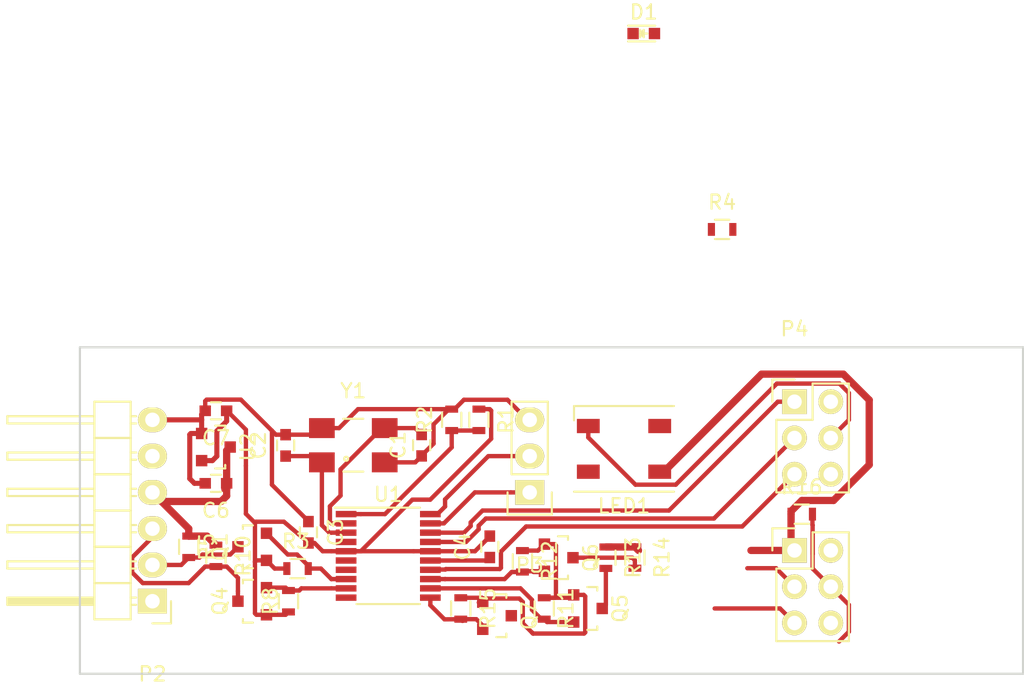
<source format=kicad_pcb>
(kicad_pcb (version 4) (host pcbnew 4.0.1-stable)

  (general
    (links 76)
    (no_connects 14)
    (area 121.844999 86.284999 188.035001 109.295001)
    (thickness 1.6)
    (drawings 4)
    (tracks 264)
    (zones 0)
    (modules 33)
    (nets 24)
  )

  (page A4)
  (layers
    (0 F.Cu signal)
    (31 B.Cu signal)
    (32 B.Adhes user)
    (33 F.Adhes user)
    (34 B.Paste user)
    (35 F.Paste user)
    (36 B.SilkS user)
    (37 F.SilkS user)
    (38 B.Mask user)
    (39 F.Mask user)
    (40 Dwgs.User user)
    (41 Cmts.User user)
    (42 Eco1.User user)
    (43 Eco2.User user)
    (44 Edge.Cuts user)
    (45 Margin user)
    (46 B.CrtYd user)
    (47 F.CrtYd user)
    (48 B.Fab user)
    (49 F.Fab user hide)
  )

  (setup
    (last_trace_width 0.3048)
    (trace_clearance 0.254)
    (zone_clearance 0.508)
    (zone_45_only no)
    (trace_min 0.2)
    (segment_width 0.2)
    (edge_width 0.15)
    (via_size 0.6)
    (via_drill 0.4)
    (via_min_size 0.4)
    (via_min_drill 0.3)
    (uvia_size 0.3)
    (uvia_drill 0.1)
    (uvias_allowed no)
    (uvia_min_size 0.2)
    (uvia_min_drill 0.1)
    (pcb_text_width 0.3)
    (pcb_text_size 1.5 1.5)
    (mod_edge_width 0.15)
    (mod_text_size 1 1)
    (mod_text_width 0.15)
    (pad_size 1.524 1.524)
    (pad_drill 0.762)
    (pad_to_mask_clearance 0.2)
    (aux_axis_origin 0 0)
    (visible_elements 7FFFFFFF)
    (pcbplotparams
      (layerselection 0x00030_80000001)
      (usegerberextensions false)
      (excludeedgelayer true)
      (linewidth 0.100000)
      (plotframeref false)
      (viasonmask false)
      (mode 1)
      (useauxorigin false)
      (hpglpennumber 1)
      (hpglpenspeed 20)
      (hpglpendiameter 15)
      (hpglpenoverlay 2)
      (psnegative false)
      (psa4output false)
      (plotreference true)
      (plotvalue true)
      (plotinvisibletext false)
      (padsonsilk false)
      (subtractmaskfromsilk false)
      (outputformat 1)
      (mirror false)
      (drillshape 1)
      (scaleselection 1)
      (outputdirectory ""))
  )

  (net 0 "")
  (net 1 GND)
  (net 2 "Net-(C1-Pad2)")
  (net 3 "Net-(C2-Pad1)")
  (net 4 +3V3)
  (net 5 /boot_sel)
  (net 6 UART_TX_3.3)
  (net 7 UART_TX_5)
  (net 8 UART_RX_3.3)
  (net 9 UART_RX_5)
  (net 10 ENCODER_A_3.3)
  (net 11 ENCODER_A_5)
  (net 12 ENCODER_B_3.3)
  (net 13 ENCODER_B_5)
  (net 14 ENCODER_INDEX_3.3)
  (net 15 ENCODER_INDEX_5)
  (net 16 +5V)
  (net 17 STATE_LED)
  (net 18 DIR_OUTPUT)
  (net 19 PWM_2)
  (net 20 PWM_1)
  (net 21 SWDIO)
  (net 22 SWCLK)
  (net 23 "Net-(D1-Pad1)")

  (net_class Default "Toto je výchozí třída sítě."
    (clearance 0.254)
    (trace_width 0.3048)
    (via_dia 0.6)
    (via_drill 0.4)
    (uvia_dia 0.3)
    (uvia_drill 0.1)
    (add_net +3V3)
    (add_net /boot_sel)
    (add_net DIR_OUTPUT)
    (add_net ENCODER_A_3.3)
    (add_net ENCODER_A_5)
    (add_net ENCODER_B_3.3)
    (add_net ENCODER_B_5)
    (add_net ENCODER_INDEX_3.3)
    (add_net ENCODER_INDEX_5)
    (add_net GND)
    (add_net "Net-(C1-Pad2)")
    (add_net "Net-(C2-Pad1)")
    (add_net "Net-(D1-Pad1)")
    (add_net PWM_1)
    (add_net PWM_2)
    (add_net STATE_LED)
    (add_net SWCLK)
    (add_net SWDIO)
    (add_net UART_RX_3.3)
    (add_net UART_RX_5)
    (add_net UART_TX_3.3)
    (add_net UART_TX_5)
  )

  (net_class power ""
    (clearance 0.254)
    (trace_width 0.508)
    (via_dia 0.6)
    (via_drill 0.4)
    (uvia_dia 0.3)
    (uvia_drill 0.1)
    (add_net +5V)
  )

  (net_class power3 ""
    (clearance 0.254)
    (trace_width 0.3302)
    (via_dia 0.6)
    (via_drill 0.4)
    (uvia_dia 0.3)
    (uvia_drill 0.1)
  )

  (module TO_SOT_Packages_SMD:SOT-23 (layer F.Cu) (tedit 553634F8) (tstamp 569A1D9B)
    (at 157.49778 104.648 270)
    (descr "SOT-23, Standard")
    (tags SOT-23)
    (path /569A8410)
    (attr smd)
    (fp_text reference Q5 (at 0 -2.25 270) (layer F.SilkS)
      (effects (font (size 1 1) (thickness 0.15)))
    )
    (fp_text value BSS138 (at 0 2.3 270) (layer F.Fab)
      (effects (font (size 1 1) (thickness 0.15)))
    )
    (fp_line (start -1.65 -1.6) (end 1.65 -1.6) (layer F.CrtYd) (width 0.05))
    (fp_line (start 1.65 -1.6) (end 1.65 1.6) (layer F.CrtYd) (width 0.05))
    (fp_line (start 1.65 1.6) (end -1.65 1.6) (layer F.CrtYd) (width 0.05))
    (fp_line (start -1.65 1.6) (end -1.65 -1.6) (layer F.CrtYd) (width 0.05))
    (fp_line (start 1.29916 -0.65024) (end 1.2509 -0.65024) (layer F.SilkS) (width 0.15))
    (fp_line (start -1.49982 0.0508) (end -1.49982 -0.65024) (layer F.SilkS) (width 0.15))
    (fp_line (start -1.49982 -0.65024) (end -1.2509 -0.65024) (layer F.SilkS) (width 0.15))
    (fp_line (start 1.29916 -0.65024) (end 1.49982 -0.65024) (layer F.SilkS) (width 0.15))
    (fp_line (start 1.49982 -0.65024) (end 1.49982 0.0508) (layer F.SilkS) (width 0.15))
    (pad 1 smd rect (at -0.95 1.00076 270) (size 0.8001 0.8001) (layers F.Cu F.Paste F.Mask)
      (net 4 +3V3))
    (pad 2 smd rect (at 0.95 1.00076 270) (size 0.8001 0.8001) (layers F.Cu F.Paste F.Mask)
      (net 10 ENCODER_A_3.3))
    (pad 3 smd rect (at 0 -0.99822 270) (size 0.8001 0.8001) (layers F.Cu F.Paste F.Mask)
      (net 11 ENCODER_A_5))
    (model TO_SOT_Packages_SMD.3dshapes/SOT-23.wrl
      (at (xyz 0 0 0))
      (scale (xyz 1 1 1))
      (rotate (xyz 0 0 0))
    )
  )

  (module Pin_Headers:Pin_Header_Straight_1x03 (layer F.Cu) (tedit 0) (tstamp 569A881B)
    (at 153.416 96.52 180)
    (descr "Through hole pin header")
    (tags "pin header")
    (path /569AB788)
    (fp_text reference P3 (at 0 -5.1 180) (layer F.SilkS)
      (effects (font (size 1 1) (thickness 0.15)))
    )
    (fp_text value CONN_01X03 (at 0 -2.032 180) (layer F.Fab)
      (effects (font (size 1 1) (thickness 0.15)))
    )
    (fp_line (start -1.75 -1.75) (end -1.75 6.85) (layer F.CrtYd) (width 0.05))
    (fp_line (start 1.75 -1.75) (end 1.75 6.85) (layer F.CrtYd) (width 0.05))
    (fp_line (start -1.75 -1.75) (end 1.75 -1.75) (layer F.CrtYd) (width 0.05))
    (fp_line (start -1.75 6.85) (end 1.75 6.85) (layer F.CrtYd) (width 0.05))
    (fp_line (start -1.27 1.27) (end -1.27 6.35) (layer F.SilkS) (width 0.15))
    (fp_line (start -1.27 6.35) (end 1.27 6.35) (layer F.SilkS) (width 0.15))
    (fp_line (start 1.27 6.35) (end 1.27 1.27) (layer F.SilkS) (width 0.15))
    (fp_line (start 1.55 -1.55) (end 1.55 0) (layer F.SilkS) (width 0.15))
    (fp_line (start 1.27 1.27) (end -1.27 1.27) (layer F.SilkS) (width 0.15))
    (fp_line (start -1.55 0) (end -1.55 -1.55) (layer F.SilkS) (width 0.15))
    (fp_line (start -1.55 -1.55) (end 1.55 -1.55) (layer F.SilkS) (width 0.15))
    (pad 1 thru_hole rect (at 0 0 180) (size 2.032 1.7272) (drill 1.016) (layers *.Cu *.Mask F.SilkS)
      (net 21 SWDIO))
    (pad 2 thru_hole oval (at 0 2.54 180) (size 2.032 1.7272) (drill 1.016) (layers *.Cu *.Mask F.SilkS)
      (net 22 SWCLK))
    (pad 3 thru_hole oval (at 0 5.08 180) (size 2.032 1.7272) (drill 1.016) (layers *.Cu *.Mask F.SilkS)
      (net 1 GND))
    (model Pin_Headers.3dshapes/Pin_Header_Straight_1x03.wrl
      (at (xyz 0 -0.1 0))
      (scale (xyz 1 1 1))
      (rotate (xyz 0 0 90))
    )
  )

  (module Capacitors_SMD:C_0603 (layer F.Cu) (tedit 5415D631) (tstamp 569A9C50)
    (at 137.922 99.314 270)
    (descr "Capacitor SMD 0603, reflow soldering, AVX (see smccp.pdf)")
    (tags "capacitor 0603")
    (path /56995EAF)
    (attr smd)
    (fp_text reference C3 (at 0 -1.9 270) (layer F.SilkS)
      (effects (font (size 1 1) (thickness 0.15)))
    )
    (fp_text value 470n (at 0 1.9 270) (layer F.Fab)
      (effects (font (size 1 1) (thickness 0.15)))
    )
    (fp_line (start -1.45 -0.75) (end 1.45 -0.75) (layer F.CrtYd) (width 0.05))
    (fp_line (start -1.45 0.75) (end 1.45 0.75) (layer F.CrtYd) (width 0.05))
    (fp_line (start -1.45 -0.75) (end -1.45 0.75) (layer F.CrtYd) (width 0.05))
    (fp_line (start 1.45 -0.75) (end 1.45 0.75) (layer F.CrtYd) (width 0.05))
    (fp_line (start -0.35 -0.6) (end 0.35 -0.6) (layer F.SilkS) (width 0.15))
    (fp_line (start 0.35 0.6) (end -0.35 0.6) (layer F.SilkS) (width 0.15))
    (pad 1 smd rect (at -0.75 0 270) (size 0.8 0.75) (layers F.Cu F.Paste F.Mask)
      (net 1 GND))
    (pad 2 smd rect (at 0.75 0 270) (size 0.8 0.75) (layers F.Cu F.Paste F.Mask)
      (net 4 +3V3))
    (model Capacitors_SMD.3dshapes/C_0603.wrl
      (at (xyz 0 0 0))
      (scale (xyz 1 1 1))
      (rotate (xyz 0 0 0))
    )
  )

  (module TO_SOT_Packages_SMD:SOT-23 (layer F.Cu) (tedit 553634F8) (tstamp 569A1D5B)
    (at 133.985 100.33 90)
    (descr "SOT-23, Standard")
    (tags SOT-23)
    (path /569A635D)
    (attr smd)
    (fp_text reference Q1 (at 0 -2.25 90) (layer F.SilkS)
      (effects (font (size 1 1) (thickness 0.15)))
    )
    (fp_text value BSS138 (at 0 2.3 90) (layer F.Fab)
      (effects (font (size 1 1) (thickness 0.15)))
    )
    (fp_line (start -1.65 -1.6) (end 1.65 -1.6) (layer F.CrtYd) (width 0.05))
    (fp_line (start 1.65 -1.6) (end 1.65 1.6) (layer F.CrtYd) (width 0.05))
    (fp_line (start 1.65 1.6) (end -1.65 1.6) (layer F.CrtYd) (width 0.05))
    (fp_line (start -1.65 1.6) (end -1.65 -1.6) (layer F.CrtYd) (width 0.05))
    (fp_line (start 1.29916 -0.65024) (end 1.2509 -0.65024) (layer F.SilkS) (width 0.15))
    (fp_line (start -1.49982 0.0508) (end -1.49982 -0.65024) (layer F.SilkS) (width 0.15))
    (fp_line (start -1.49982 -0.65024) (end -1.2509 -0.65024) (layer F.SilkS) (width 0.15))
    (fp_line (start 1.29916 -0.65024) (end 1.49982 -0.65024) (layer F.SilkS) (width 0.15))
    (fp_line (start 1.49982 -0.65024) (end 1.49982 0.0508) (layer F.SilkS) (width 0.15))
    (pad 1 smd rect (at -0.95 1.00076 90) (size 0.8001 0.8001) (layers F.Cu F.Paste F.Mask)
      (net 4 +3V3))
    (pad 2 smd rect (at 0.95 1.00076 90) (size 0.8001 0.8001) (layers F.Cu F.Paste F.Mask)
      (net 6 UART_TX_3.3))
    (pad 3 smd rect (at 0 -0.99822 90) (size 0.8001 0.8001) (layers F.Cu F.Paste F.Mask)
      (net 7 UART_TX_5))
    (model TO_SOT_Packages_SMD.3dshapes/SOT-23.wrl
      (at (xyz 0 0 0))
      (scale (xyz 1 1 1))
      (rotate (xyz 0 0 0))
    )
  )

  (module Resistors_SMD:R_0603 (layer F.Cu) (tedit 5415CC62) (tstamp 569A1DC7)
    (at 137.16 101.854)
    (descr "Resistor SMD 0603, reflow soldering, Vishay (see dcrcw.pdf)")
    (tags "resistor 0603")
    (path /569A6A18)
    (attr smd)
    (fp_text reference R3 (at -0.115 -1.905) (layer F.SilkS)
      (effects (font (size 1 1) (thickness 0.15)))
    )
    (fp_text value 10k (at 0 1.9) (layer F.Fab)
      (effects (font (size 1 1) (thickness 0.15)))
    )
    (fp_line (start -1.3 -0.8) (end 1.3 -0.8) (layer F.CrtYd) (width 0.05))
    (fp_line (start -1.3 0.8) (end 1.3 0.8) (layer F.CrtYd) (width 0.05))
    (fp_line (start -1.3 -0.8) (end -1.3 0.8) (layer F.CrtYd) (width 0.05))
    (fp_line (start 1.3 -0.8) (end 1.3 0.8) (layer F.CrtYd) (width 0.05))
    (fp_line (start 0.5 0.675) (end -0.5 0.675) (layer F.SilkS) (width 0.15))
    (fp_line (start -0.5 -0.675) (end 0.5 -0.675) (layer F.SilkS) (width 0.15))
    (pad 1 smd rect (at -0.75 0) (size 0.5 0.9) (layers F.Cu F.Paste F.Mask)
      (net 4 +3V3))
    (pad 2 smd rect (at 0.75 0) (size 0.5 0.9) (layers F.Cu F.Paste F.Mask)
      (net 6 UART_TX_3.3))
    (model Resistors_SMD.3dshapes/R_0603.wrl
      (at (xyz 0 0 0))
      (scale (xyz 1 1 1))
      (rotate (xyz 0 0 0))
    )
  )

  (module Housings_SSOP:TSSOP-20_4.4x6.5mm_Pitch0.65mm locked (layer F.Cu) (tedit 54130A77) (tstamp 56998B43)
    (at 143.51 100.965)
    (descr "20-Lead Plastic Thin Shrink Small Outline (ST)-4.4 mm Body [TSSOP] (see Microchip Packaging Specification 00000049BS.pdf)")
    (tags "SSOP 0.65")
    (path /5699598A)
    (attr smd)
    (fp_text reference U1 (at 0 -4.3) (layer F.SilkS)
      (effects (font (size 1 1) (thickness 0.15)))
    )
    (fp_text value STM32F030F4 (at 0 4.3) (layer F.Fab)
      (effects (font (size 1 1) (thickness 0.15)))
    )
    (fp_line (start -3.95 -3.55) (end -3.95 3.55) (layer F.CrtYd) (width 0.05))
    (fp_line (start 3.95 -3.55) (end 3.95 3.55) (layer F.CrtYd) (width 0.05))
    (fp_line (start -3.95 -3.55) (end 3.95 -3.55) (layer F.CrtYd) (width 0.05))
    (fp_line (start -3.95 3.55) (end 3.95 3.55) (layer F.CrtYd) (width 0.05))
    (fp_line (start -2.225 3.375) (end 2.225 3.375) (layer F.SilkS) (width 0.15))
    (fp_line (start -3.75 -3.375) (end 2.225 -3.375) (layer F.SilkS) (width 0.15))
    (pad 1 smd rect (at -2.95 -2.925) (size 1.45 0.45) (layers F.Cu F.Paste F.Mask)
      (net 5 /boot_sel))
    (pad 2 smd rect (at -2.95 -2.275) (size 1.45 0.45) (layers F.Cu F.Paste F.Mask)
      (net 2 "Net-(C1-Pad2)"))
    (pad 3 smd rect (at -2.95 -1.625) (size 1.45 0.45) (layers F.Cu F.Paste F.Mask)
      (net 3 "Net-(C2-Pad1)"))
    (pad 4 smd rect (at -2.95 -0.975) (size 1.45 0.45) (layers F.Cu F.Paste F.Mask))
    (pad 5 smd rect (at -2.95 -0.325) (size 1.45 0.45) (layers F.Cu F.Paste F.Mask)
      (net 4 +3V3))
    (pad 6 smd rect (at -2.95 0.325) (size 1.45 0.45) (layers F.Cu F.Paste F.Mask))
    (pad 7 smd rect (at -2.95 0.975) (size 1.45 0.45) (layers F.Cu F.Paste F.Mask))
    (pad 8 smd rect (at -2.95 1.625) (size 1.45 0.45) (layers F.Cu F.Paste F.Mask)
      (net 6 UART_TX_3.3))
    (pad 9 smd rect (at -2.95 2.275) (size 1.45 0.45) (layers F.Cu F.Paste F.Mask)
      (net 8 UART_RX_3.3))
    (pad 10 smd rect (at -2.95 2.925) (size 1.45 0.45) (layers F.Cu F.Paste F.Mask)
      (net 17 STATE_LED))
    (pad 11 smd rect (at 2.95 2.925) (size 1.45 0.45) (layers F.Cu F.Paste F.Mask)
      (net 14 ENCODER_INDEX_3.3))
    (pad 12 smd rect (at 2.95 2.275) (size 1.45 0.45) (layers F.Cu F.Paste F.Mask)
      (net 10 ENCODER_A_3.3))
    (pad 13 smd rect (at 2.95 1.625) (size 1.45 0.45) (layers F.Cu F.Paste F.Mask)
      (net 12 ENCODER_B_3.3))
    (pad 14 smd rect (at 2.95 0.975) (size 1.45 0.45) (layers F.Cu F.Paste F.Mask)
      (net 18 DIR_OUTPUT))
    (pad 15 smd rect (at 2.95 0.325) (size 1.45 0.45) (layers F.Cu F.Paste F.Mask)
      (net 1 GND))
    (pad 16 smd rect (at 2.95 -0.325) (size 1.45 0.45) (layers F.Cu F.Paste F.Mask)
      (net 4 +3V3))
    (pad 17 smd rect (at 2.95 -0.975) (size 1.45 0.45) (layers F.Cu F.Paste F.Mask)
      (net 19 PWM_2))
    (pad 18 smd rect (at 2.95 -1.625) (size 1.45 0.45) (layers F.Cu F.Paste F.Mask)
      (net 20 PWM_1))
    (pad 19 smd rect (at 2.95 -2.275) (size 1.45 0.45) (layers F.Cu F.Paste F.Mask)
      (net 21 SWDIO))
    (pad 20 smd rect (at 2.95 -2.925) (size 1.45 0.45) (layers F.Cu F.Paste F.Mask)
      (net 22 SWCLK))
    (model Housings_SSOP.3dshapes/TSSOP-20_4.4x6.5mm_Pitch0.65mm.wrl
      (at (xyz 0 0 0))
      (scale (xyz 1 1 1))
      (rotate (xyz 0 0 0))
    )
  )

  (module TO_SOT_Packages_SMD:SOT-23 (layer F.Cu) (tedit 553634F8) (tstamp 569A1D8B)
    (at 133.985 104.14 90)
    (descr "SOT-23, Standard")
    (tags SOT-23)
    (path /569A7A37)
    (attr smd)
    (fp_text reference Q4 (at 0 -2.25 90) (layer F.SilkS)
      (effects (font (size 1 1) (thickness 0.15)))
    )
    (fp_text value BSS138 (at 0 2.3 90) (layer F.Fab)
      (effects (font (size 1 1) (thickness 0.15)))
    )
    (fp_line (start -1.65 -1.6) (end 1.65 -1.6) (layer F.CrtYd) (width 0.05))
    (fp_line (start 1.65 -1.6) (end 1.65 1.6) (layer F.CrtYd) (width 0.05))
    (fp_line (start 1.65 1.6) (end -1.65 1.6) (layer F.CrtYd) (width 0.05))
    (fp_line (start -1.65 1.6) (end -1.65 -1.6) (layer F.CrtYd) (width 0.05))
    (fp_line (start 1.29916 -0.65024) (end 1.2509 -0.65024) (layer F.SilkS) (width 0.15))
    (fp_line (start -1.49982 0.0508) (end -1.49982 -0.65024) (layer F.SilkS) (width 0.15))
    (fp_line (start -1.49982 -0.65024) (end -1.2509 -0.65024) (layer F.SilkS) (width 0.15))
    (fp_line (start 1.29916 -0.65024) (end 1.49982 -0.65024) (layer F.SilkS) (width 0.15))
    (fp_line (start 1.49982 -0.65024) (end 1.49982 0.0508) (layer F.SilkS) (width 0.15))
    (pad 1 smd rect (at -0.95 1.00076 90) (size 0.8001 0.8001) (layers F.Cu F.Paste F.Mask)
      (net 4 +3V3))
    (pad 2 smd rect (at 0.95 1.00076 90) (size 0.8001 0.8001) (layers F.Cu F.Paste F.Mask)
      (net 8 UART_RX_3.3))
    (pad 3 smd rect (at 0 -0.99822 90) (size 0.8001 0.8001) (layers F.Cu F.Paste F.Mask)
      (net 9 UART_RX_5))
    (model TO_SOT_Packages_SMD.3dshapes/SOT-23.wrl
      (at (xyz 0 0 0))
      (scale (xyz 1 1 1))
      (rotate (xyz 0 0 0))
    )
  )

  (module TO_SOT_Packages_SMD:SOT-23 (layer F.Cu) (tedit 553634F8) (tstamp 569A1DAB)
    (at 155.448 101.092 270)
    (descr "SOT-23, Standard")
    (tags SOT-23)
    (path /569A89F7)
    (attr smd)
    (fp_text reference Q6 (at 0 -2.25 270) (layer F.SilkS)
      (effects (font (size 1 1) (thickness 0.15)))
    )
    (fp_text value BSS138 (at 0 2.3 270) (layer F.Fab)
      (effects (font (size 1 1) (thickness 0.15)))
    )
    (fp_line (start -1.65 -1.6) (end 1.65 -1.6) (layer F.CrtYd) (width 0.05))
    (fp_line (start 1.65 -1.6) (end 1.65 1.6) (layer F.CrtYd) (width 0.05))
    (fp_line (start 1.65 1.6) (end -1.65 1.6) (layer F.CrtYd) (width 0.05))
    (fp_line (start -1.65 1.6) (end -1.65 -1.6) (layer F.CrtYd) (width 0.05))
    (fp_line (start 1.29916 -0.65024) (end 1.2509 -0.65024) (layer F.SilkS) (width 0.15))
    (fp_line (start -1.49982 0.0508) (end -1.49982 -0.65024) (layer F.SilkS) (width 0.15))
    (fp_line (start -1.49982 -0.65024) (end -1.2509 -0.65024) (layer F.SilkS) (width 0.15))
    (fp_line (start 1.29916 -0.65024) (end 1.49982 -0.65024) (layer F.SilkS) (width 0.15))
    (fp_line (start 1.49982 -0.65024) (end 1.49982 0.0508) (layer F.SilkS) (width 0.15))
    (pad 1 smd rect (at -0.95 1.00076 270) (size 0.8001 0.8001) (layers F.Cu F.Paste F.Mask)
      (net 4 +3V3))
    (pad 2 smd rect (at 0.95 1.00076 270) (size 0.8001 0.8001) (layers F.Cu F.Paste F.Mask)
      (net 12 ENCODER_B_3.3))
    (pad 3 smd rect (at 0 -0.99822 270) (size 0.8001 0.8001) (layers F.Cu F.Paste F.Mask)
      (net 13 ENCODER_B_5))
    (model TO_SOT_Packages_SMD.3dshapes/SOT-23.wrl
      (at (xyz 0 0 0))
      (scale (xyz 1 1 1))
      (rotate (xyz 0 0 0))
    )
  )

  (module TO_SOT_Packages_SMD:SOT-23 (layer F.Cu) (tedit 553634F8) (tstamp 569A1DBB)
    (at 151.13 105.156 270)
    (descr "SOT-23, Standard")
    (tags SOT-23)
    (path /569A8CDC)
    (attr smd)
    (fp_text reference Q7 (at 0 -2.25 270) (layer F.SilkS)
      (effects (font (size 1 1) (thickness 0.15)))
    )
    (fp_text value BSS138 (at 0 2.3 270) (layer F.Fab)
      (effects (font (size 1 1) (thickness 0.15)))
    )
    (fp_line (start -1.65 -1.6) (end 1.65 -1.6) (layer F.CrtYd) (width 0.05))
    (fp_line (start 1.65 -1.6) (end 1.65 1.6) (layer F.CrtYd) (width 0.05))
    (fp_line (start 1.65 1.6) (end -1.65 1.6) (layer F.CrtYd) (width 0.05))
    (fp_line (start -1.65 1.6) (end -1.65 -1.6) (layer F.CrtYd) (width 0.05))
    (fp_line (start 1.29916 -0.65024) (end 1.2509 -0.65024) (layer F.SilkS) (width 0.15))
    (fp_line (start -1.49982 0.0508) (end -1.49982 -0.65024) (layer F.SilkS) (width 0.15))
    (fp_line (start -1.49982 -0.65024) (end -1.2509 -0.65024) (layer F.SilkS) (width 0.15))
    (fp_line (start 1.29916 -0.65024) (end 1.49982 -0.65024) (layer F.SilkS) (width 0.15))
    (fp_line (start 1.49982 -0.65024) (end 1.49982 0.0508) (layer F.SilkS) (width 0.15))
    (pad 1 smd rect (at -0.95 1.00076 270) (size 0.8001 0.8001) (layers F.Cu F.Paste F.Mask)
      (net 4 +3V3))
    (pad 2 smd rect (at 0.95 1.00076 270) (size 0.8001 0.8001) (layers F.Cu F.Paste F.Mask)
      (net 14 ENCODER_INDEX_3.3))
    (pad 3 smd rect (at 0 -0.99822 270) (size 0.8001 0.8001) (layers F.Cu F.Paste F.Mask)
      (net 15 ENCODER_INDEX_5))
    (model TO_SOT_Packages_SMD.3dshapes/SOT-23.wrl
      (at (xyz 0 0 0))
      (scale (xyz 1 1 1))
      (rotate (xyz 0 0 0))
    )
  )

  (module Resistors_SMD:R_0603 (layer F.Cu) (tedit 5415CC62) (tstamp 569A1DD3)
    (at 166.89 78.105)
    (descr "Resistor SMD 0603, reflow soldering, Vishay (see dcrcw.pdf)")
    (tags "resistor 0603")
    (path /569D29B0)
    (attr smd)
    (fp_text reference R4 (at 0 -1.9) (layer F.SilkS)
      (effects (font (size 1 1) (thickness 0.15)))
    )
    (fp_text value 330R (at 0 1.9) (layer F.Fab)
      (effects (font (size 1 1) (thickness 0.15)))
    )
    (fp_line (start -1.3 -0.8) (end 1.3 -0.8) (layer F.CrtYd) (width 0.05))
    (fp_line (start -1.3 0.8) (end 1.3 0.8) (layer F.CrtYd) (width 0.05))
    (fp_line (start -1.3 -0.8) (end -1.3 0.8) (layer F.CrtYd) (width 0.05))
    (fp_line (start 1.3 -0.8) (end 1.3 0.8) (layer F.CrtYd) (width 0.05))
    (fp_line (start 0.5 0.675) (end -0.5 0.675) (layer F.SilkS) (width 0.15))
    (fp_line (start -0.5 -0.675) (end 0.5 -0.675) (layer F.SilkS) (width 0.15))
    (pad 1 smd rect (at -0.75 0) (size 0.5 0.9) (layers F.Cu F.Paste F.Mask)
      (net 23 "Net-(D1-Pad1)"))
    (pad 2 smd rect (at 0.75 0) (size 0.5 0.9) (layers F.Cu F.Paste F.Mask)
      (net 1 GND))
    (model Resistors_SMD.3dshapes/R_0603.wrl
      (at (xyz 0 0 0))
      (scale (xyz 1 1 1))
      (rotate (xyz 0 0 0))
    )
  )

  (module Resistors_SMD:R_0603 (layer F.Cu) (tedit 5415CC62) (tstamp 569A1DDF)
    (at 129.54 100.33 270)
    (descr "Resistor SMD 0603, reflow soldering, Vishay (see dcrcw.pdf)")
    (tags "resistor 0603")
    (path /569A6B41)
    (attr smd)
    (fp_text reference R5 (at 0 -1.27 270) (layer F.SilkS)
      (effects (font (size 1 1) (thickness 0.15)))
    )
    (fp_text value 10k (at -0.127 1.524 270) (layer F.Fab)
      (effects (font (size 1 1) (thickness 0.15)))
    )
    (fp_line (start -1.3 -0.8) (end 1.3 -0.8) (layer F.CrtYd) (width 0.05))
    (fp_line (start -1.3 0.8) (end 1.3 0.8) (layer F.CrtYd) (width 0.05))
    (fp_line (start -1.3 -0.8) (end -1.3 0.8) (layer F.CrtYd) (width 0.05))
    (fp_line (start 1.3 -0.8) (end 1.3 0.8) (layer F.CrtYd) (width 0.05))
    (fp_line (start 0.5 0.675) (end -0.5 0.675) (layer F.SilkS) (width 0.15))
    (fp_line (start -0.5 -0.675) (end 0.5 -0.675) (layer F.SilkS) (width 0.15))
    (pad 1 smd rect (at -0.75 0 270) (size 0.5 0.9) (layers F.Cu F.Paste F.Mask)
      (net 16 +5V))
    (pad 2 smd rect (at 0.75 0 270) (size 0.5 0.9) (layers F.Cu F.Paste F.Mask)
      (net 7 UART_TX_5))
    (model Resistors_SMD.3dshapes/R_0603.wrl
      (at (xyz 0 0 0))
      (scale (xyz 1 1 1))
      (rotate (xyz 0 0 0))
    )
  )

  (module Resistors_SMD:R_0603 (layer F.Cu) (tedit 5415CC62) (tstamp 569A1E03)
    (at 136.525 104.14 90)
    (descr "Resistor SMD 0603, reflow soldering, Vishay (see dcrcw.pdf)")
    (tags "resistor 0603")
    (path /569A7A3D)
    (attr smd)
    (fp_text reference R8 (at 0 -1.27 90) (layer F.SilkS)
      (effects (font (size 1 1) (thickness 0.15)))
    )
    (fp_text value 10k (at 0 1.9 90) (layer F.Fab)
      (effects (font (size 1 1) (thickness 0.15)))
    )
    (fp_line (start -1.3 -0.8) (end 1.3 -0.8) (layer F.CrtYd) (width 0.05))
    (fp_line (start -1.3 0.8) (end 1.3 0.8) (layer F.CrtYd) (width 0.05))
    (fp_line (start -1.3 -0.8) (end -1.3 0.8) (layer F.CrtYd) (width 0.05))
    (fp_line (start 1.3 -0.8) (end 1.3 0.8) (layer F.CrtYd) (width 0.05))
    (fp_line (start 0.5 0.675) (end -0.5 0.675) (layer F.SilkS) (width 0.15))
    (fp_line (start -0.5 -0.675) (end 0.5 -0.675) (layer F.SilkS) (width 0.15))
    (pad 1 smd rect (at -0.75 0 90) (size 0.5 0.9) (layers F.Cu F.Paste F.Mask)
      (net 4 +3V3))
    (pad 2 smd rect (at 0.75 0 90) (size 0.5 0.9) (layers F.Cu F.Paste F.Mask)
      (net 8 UART_RX_3.3))
    (model Resistors_SMD.3dshapes/R_0603.wrl
      (at (xyz 0 0 0))
      (scale (xyz 1 1 1))
      (rotate (xyz 0 0 0))
    )
  )

  (module Resistors_SMD:R_0603 (layer F.Cu) (tedit 5415CC62) (tstamp 569A1E1B)
    (at 131.445 100.965 270)
    (descr "Resistor SMD 0603, reflow soldering, Vishay (see dcrcw.pdf)")
    (tags "resistor 0603")
    (path /569A7A43)
    (attr smd)
    (fp_text reference R10 (at 0 -1.9 270) (layer F.SilkS)
      (effects (font (size 1 1) (thickness 0.15)))
    )
    (fp_text value 10k (at 0 1.9 270) (layer F.Fab)
      (effects (font (size 1 1) (thickness 0.15)))
    )
    (fp_line (start -1.3 -0.8) (end 1.3 -0.8) (layer F.CrtYd) (width 0.05))
    (fp_line (start -1.3 0.8) (end 1.3 0.8) (layer F.CrtYd) (width 0.05))
    (fp_line (start -1.3 -0.8) (end -1.3 0.8) (layer F.CrtYd) (width 0.05))
    (fp_line (start 1.3 -0.8) (end 1.3 0.8) (layer F.CrtYd) (width 0.05))
    (fp_line (start 0.5 0.675) (end -0.5 0.675) (layer F.SilkS) (width 0.15))
    (fp_line (start -0.5 -0.675) (end 0.5 -0.675) (layer F.SilkS) (width 0.15))
    (pad 1 smd rect (at -0.75 0 270) (size 0.5 0.9) (layers F.Cu F.Paste F.Mask)
      (net 16 +5V))
    (pad 2 smd rect (at 0.75 0 270) (size 0.5 0.9) (layers F.Cu F.Paste F.Mask)
      (net 9 UART_RX_5))
    (model Resistors_SMD.3dshapes/R_0603.wrl
      (at (xyz 0 0 0))
      (scale (xyz 1 1 1))
      (rotate (xyz 0 0 0))
    )
  )

  (module Resistors_SMD:R_0603 (layer F.Cu) (tedit 5415CC62) (tstamp 569A1E27)
    (at 154.432 104.648 270)
    (descr "Resistor SMD 0603, reflow soldering, Vishay (see dcrcw.pdf)")
    (tags "resistor 0603")
    (path /569A8416)
    (attr smd)
    (fp_text reference R11 (at 0.012 -1.524 270) (layer F.SilkS)
      (effects (font (size 1 1) (thickness 0.15)))
    )
    (fp_text value 10k (at 0 1.9 270) (layer F.Fab)
      (effects (font (size 1 1) (thickness 0.15)))
    )
    (fp_line (start -1.3 -0.8) (end 1.3 -0.8) (layer F.CrtYd) (width 0.05))
    (fp_line (start -1.3 0.8) (end 1.3 0.8) (layer F.CrtYd) (width 0.05))
    (fp_line (start -1.3 -0.8) (end -1.3 0.8) (layer F.CrtYd) (width 0.05))
    (fp_line (start 1.3 -0.8) (end 1.3 0.8) (layer F.CrtYd) (width 0.05))
    (fp_line (start 0.5 0.675) (end -0.5 0.675) (layer F.SilkS) (width 0.15))
    (fp_line (start -0.5 -0.675) (end 0.5 -0.675) (layer F.SilkS) (width 0.15))
    (pad 1 smd rect (at -0.75 0 270) (size 0.5 0.9) (layers F.Cu F.Paste F.Mask)
      (net 4 +3V3))
    (pad 2 smd rect (at 0.75 0 270) (size 0.5 0.9) (layers F.Cu F.Paste F.Mask)
      (net 10 ENCODER_A_3.3))
    (model Resistors_SMD.3dshapes/R_0603.wrl
      (at (xyz 0 0 0))
      (scale (xyz 1 1 1))
      (rotate (xyz 0 0 0))
    )
  )

  (module Resistors_SMD:R_0603 (layer F.Cu) (tedit 5415CC62) (tstamp 569A1E33)
    (at 152.908 101.346 270)
    (descr "Resistor SMD 0603, reflow soldering, Vishay (see dcrcw.pdf)")
    (tags "resistor 0603")
    (path /569A89FD)
    (attr smd)
    (fp_text reference R12 (at 0 -1.9 270) (layer F.SilkS)
      (effects (font (size 1 1) (thickness 0.15)))
    )
    (fp_text value 10k (at 0 1.9 270) (layer F.Fab)
      (effects (font (size 1 1) (thickness 0.15)))
    )
    (fp_line (start -1.3 -0.8) (end 1.3 -0.8) (layer F.CrtYd) (width 0.05))
    (fp_line (start -1.3 0.8) (end 1.3 0.8) (layer F.CrtYd) (width 0.05))
    (fp_line (start -1.3 -0.8) (end -1.3 0.8) (layer F.CrtYd) (width 0.05))
    (fp_line (start 1.3 -0.8) (end 1.3 0.8) (layer F.CrtYd) (width 0.05))
    (fp_line (start 0.5 0.675) (end -0.5 0.675) (layer F.SilkS) (width 0.15))
    (fp_line (start -0.5 -0.675) (end 0.5 -0.675) (layer F.SilkS) (width 0.15))
    (pad 1 smd rect (at -0.75 0 270) (size 0.5 0.9) (layers F.Cu F.Paste F.Mask)
      (net 4 +3V3))
    (pad 2 smd rect (at 0.75 0 270) (size 0.5 0.9) (layers F.Cu F.Paste F.Mask)
      (net 12 ENCODER_B_3.3))
    (model Resistors_SMD.3dshapes/R_0603.wrl
      (at (xyz 0 0 0))
      (scale (xyz 1 1 1))
      (rotate (xyz 0 0 0))
    )
  )

  (module Resistors_SMD:R_0603 (layer F.Cu) (tedit 5415CC62) (tstamp 569A1E3F)
    (at 158.75 101.092 270)
    (descr "Resistor SMD 0603, reflow soldering, Vishay (see dcrcw.pdf)")
    (tags "resistor 0603")
    (path /569A841C)
    (attr smd)
    (fp_text reference R13 (at 0 -1.9 270) (layer F.SilkS)
      (effects (font (size 1 1) (thickness 0.15)))
    )
    (fp_text value 10k (at 0 1.9 270) (layer F.Fab)
      (effects (font (size 1 1) (thickness 0.15)))
    )
    (fp_line (start -1.3 -0.8) (end 1.3 -0.8) (layer F.CrtYd) (width 0.05))
    (fp_line (start -1.3 0.8) (end 1.3 0.8) (layer F.CrtYd) (width 0.05))
    (fp_line (start -1.3 -0.8) (end -1.3 0.8) (layer F.CrtYd) (width 0.05))
    (fp_line (start 1.3 -0.8) (end 1.3 0.8) (layer F.CrtYd) (width 0.05))
    (fp_line (start 0.5 0.675) (end -0.5 0.675) (layer F.SilkS) (width 0.15))
    (fp_line (start -0.5 -0.675) (end 0.5 -0.675) (layer F.SilkS) (width 0.15))
    (pad 1 smd rect (at -0.75 0 270) (size 0.5 0.9) (layers F.Cu F.Paste F.Mask)
      (net 16 +5V))
    (pad 2 smd rect (at 0.75 0 270) (size 0.5 0.9) (layers F.Cu F.Paste F.Mask)
      (net 11 ENCODER_A_5))
    (model Resistors_SMD.3dshapes/R_0603.wrl
      (at (xyz 0 0 0))
      (scale (xyz 1 1 1))
      (rotate (xyz 0 0 0))
    )
  )

  (module Resistors_SMD:R_0603 (layer F.Cu) (tedit 5415CC62) (tstamp 569A1E4B)
    (at 160.782 101.08 270)
    (descr "Resistor SMD 0603, reflow soldering, Vishay (see dcrcw.pdf)")
    (tags "resistor 0603")
    (path /569A8A03)
    (attr smd)
    (fp_text reference R14 (at 0 -1.9 270) (layer F.SilkS)
      (effects (font (size 1 1) (thickness 0.15)))
    )
    (fp_text value 10k (at 0 1.9 270) (layer F.Fab)
      (effects (font (size 1 1) (thickness 0.15)))
    )
    (fp_line (start -1.3 -0.8) (end 1.3 -0.8) (layer F.CrtYd) (width 0.05))
    (fp_line (start -1.3 0.8) (end 1.3 0.8) (layer F.CrtYd) (width 0.05))
    (fp_line (start -1.3 -0.8) (end -1.3 0.8) (layer F.CrtYd) (width 0.05))
    (fp_line (start 1.3 -0.8) (end 1.3 0.8) (layer F.CrtYd) (width 0.05))
    (fp_line (start 0.5 0.675) (end -0.5 0.675) (layer F.SilkS) (width 0.15))
    (fp_line (start -0.5 -0.675) (end 0.5 -0.675) (layer F.SilkS) (width 0.15))
    (pad 1 smd rect (at -0.75 0 270) (size 0.5 0.9) (layers F.Cu F.Paste F.Mask)
      (net 16 +5V))
    (pad 2 smd rect (at 0.75 0 270) (size 0.5 0.9) (layers F.Cu F.Paste F.Mask)
      (net 13 ENCODER_B_5))
    (model Resistors_SMD.3dshapes/R_0603.wrl
      (at (xyz 0 0 0))
      (scale (xyz 1 1 1))
      (rotate (xyz 0 0 0))
    )
  )

  (module Resistors_SMD:R_0603 (layer F.Cu) (tedit 5415CC62) (tstamp 569A1E57)
    (at 148.59 104.648 270)
    (descr "Resistor SMD 0603, reflow soldering, Vishay (see dcrcw.pdf)")
    (tags "resistor 0603")
    (path /569A8CE2)
    (attr smd)
    (fp_text reference R15 (at 0 -1.9 270) (layer F.SilkS)
      (effects (font (size 1 1) (thickness 0.15)))
    )
    (fp_text value 10k (at 0 1.9 270) (layer F.Fab)
      (effects (font (size 1 1) (thickness 0.15)))
    )
    (fp_line (start -1.3 -0.8) (end 1.3 -0.8) (layer F.CrtYd) (width 0.05))
    (fp_line (start -1.3 0.8) (end 1.3 0.8) (layer F.CrtYd) (width 0.05))
    (fp_line (start -1.3 -0.8) (end -1.3 0.8) (layer F.CrtYd) (width 0.05))
    (fp_line (start 1.3 -0.8) (end 1.3 0.8) (layer F.CrtYd) (width 0.05))
    (fp_line (start 0.5 0.675) (end -0.5 0.675) (layer F.SilkS) (width 0.15))
    (fp_line (start -0.5 -0.675) (end 0.5 -0.675) (layer F.SilkS) (width 0.15))
    (pad 1 smd rect (at -0.75 0 270) (size 0.5 0.9) (layers F.Cu F.Paste F.Mask)
      (net 4 +3V3))
    (pad 2 smd rect (at 0.75 0 270) (size 0.5 0.9) (layers F.Cu F.Paste F.Mask)
      (net 14 ENCODER_INDEX_3.3))
    (model Resistors_SMD.3dshapes/R_0603.wrl
      (at (xyz 0 0 0))
      (scale (xyz 1 1 1))
      (rotate (xyz 0 0 0))
    )
  )

  (module Resistors_SMD:R_0603 (layer F.Cu) (tedit 5415CC62) (tstamp 569A1E63)
    (at 172.466 98.044)
    (descr "Resistor SMD 0603, reflow soldering, Vishay (see dcrcw.pdf)")
    (tags "resistor 0603")
    (path /569A8CE8)
    (attr smd)
    (fp_text reference R16 (at 0 -1.9) (layer F.SilkS)
      (effects (font (size 1 1) (thickness 0.15)))
    )
    (fp_text value 10k (at 0.242 1.778) (layer F.Fab)
      (effects (font (size 1 1) (thickness 0.15)))
    )
    (fp_line (start -1.3 -0.8) (end 1.3 -0.8) (layer F.CrtYd) (width 0.05))
    (fp_line (start -1.3 0.8) (end 1.3 0.8) (layer F.CrtYd) (width 0.05))
    (fp_line (start -1.3 -0.8) (end -1.3 0.8) (layer F.CrtYd) (width 0.05))
    (fp_line (start 1.3 -0.8) (end 1.3 0.8) (layer F.CrtYd) (width 0.05))
    (fp_line (start 0.5 0.675) (end -0.5 0.675) (layer F.SilkS) (width 0.15))
    (fp_line (start -0.5 -0.675) (end 0.5 -0.675) (layer F.SilkS) (width 0.15))
    (pad 1 smd rect (at -0.75 0) (size 0.5 0.9) (layers F.Cu F.Paste F.Mask)
      (net 16 +5V))
    (pad 2 smd rect (at 0.75 0) (size 0.5 0.9) (layers F.Cu F.Paste F.Mask)
      (net 15 ENCODER_INDEX_5))
    (model Resistors_SMD.3dshapes/R_0603.wrl
      (at (xyz 0 0 0))
      (scale (xyz 1 1 1))
      (rotate (xyz 0 0 0))
    )
  )

  (module LEDs:LED_PLCC4-WS2812B (layer F.Cu) (tedit 569A52CF) (tstamp 569A4D73)
    (at 160.02 93.472 180)
    (path /569BD5F5)
    (fp_text reference LED1 (at 0 -4 180) (layer F.SilkS)
      (effects (font (size 1 1) (thickness 0.15)))
    )
    (fp_text value WS2812B (at 0 4 180) (layer F.Fab)
      (effects (font (size 1 1) (thickness 0.15)))
    )
    (fp_line (start 2.5 1.5) (end 1.5 2.5) (layer Dwgs.User) (width 0.1))
    (fp_line (start -2.5 -2.5) (end -2.5 2.5) (layer Dwgs.User) (width 0.1))
    (fp_line (start -2.5 2.5) (end 2.5 2.5) (layer Dwgs.User) (width 0.1))
    (fp_line (start 2.5 2.5) (end 2.5 -2.5) (layer Dwgs.User) (width 0.1))
    (fp_line (start 2.5 -2.5) (end -2.5 -2.5) (layer Dwgs.User) (width 0.1))
    (fp_circle (center 0 0) (end 0 -2) (layer Dwgs.User) (width 0.1))
    (fp_line (start -3.5 -3) (end 3.5 -3) (layer F.SilkS) (width 0.15))
    (fp_line (start -3.5 3) (end 3.5 3) (layer F.SilkS) (width 0.15))
    (fp_line (start 3.5 3) (end 3.5 2) (layer F.SilkS) (width 0.15))
    (pad 3 smd rect (at 2.5 1.6 180) (size 1.6 1) (layers F.Cu F.Paste F.Mask)
      (net 1 GND))
    (pad 4 smd rect (at 2.5 -1.6 180) (size 1.6 1) (layers F.Cu F.Paste F.Mask)
      (net 17 STATE_LED))
    (pad 2 smd rect (at -2.5 1.6 180) (size 1.6 1) (layers F.Cu F.Paste F.Mask))
    (pad 1 smd rect (at -2.5 -1.6 180) (size 1.6 1) (layers F.Cu F.Paste F.Mask)
      (net 16 +5V))
    (model LEDs.3dshapes/LED_PLCC4-WS2812B.wrl
      (at (xyz 0 0 0.004))
      (scale (xyz 0.385 0.385 0.385))
      (rotate (xyz 0 0 180))
    )
  )

  (module Pin_Headers:Pin_Header_Straight_2x03 (layer F.Cu) (tedit 54EA0A4B) (tstamp 569A87BE)
    (at 171.958 100.584)
    (descr "Through hole pin header")
    (tags "pin header")
    (path /569AE0D8)
    (fp_text reference P1 (at 0 -5.1) (layer F.SilkS)
      (effects (font (size 1 1) (thickness 0.15)))
    )
    (fp_text value CONN_02X03 (at 0 -3.1) (layer F.Fab)
      (effects (font (size 1 1) (thickness 0.15)))
    )
    (fp_line (start -1.27 1.27) (end -1.27 6.35) (layer F.SilkS) (width 0.15))
    (fp_line (start -1.55 -1.55) (end 0 -1.55) (layer F.SilkS) (width 0.15))
    (fp_line (start -1.75 -1.75) (end -1.75 6.85) (layer F.CrtYd) (width 0.05))
    (fp_line (start 4.3 -1.75) (end 4.3 6.85) (layer F.CrtYd) (width 0.05))
    (fp_line (start -1.75 -1.75) (end 4.3 -1.75) (layer F.CrtYd) (width 0.05))
    (fp_line (start -1.75 6.85) (end 4.3 6.85) (layer F.CrtYd) (width 0.05))
    (fp_line (start 1.27 -1.27) (end 1.27 1.27) (layer F.SilkS) (width 0.15))
    (fp_line (start 1.27 1.27) (end -1.27 1.27) (layer F.SilkS) (width 0.15))
    (fp_line (start -1.27 6.35) (end 3.81 6.35) (layer F.SilkS) (width 0.15))
    (fp_line (start 3.81 6.35) (end 3.81 1.27) (layer F.SilkS) (width 0.15))
    (fp_line (start -1.55 -1.55) (end -1.55 0) (layer F.SilkS) (width 0.15))
    (fp_line (start 3.81 -1.27) (end 1.27 -1.27) (layer F.SilkS) (width 0.15))
    (fp_line (start 3.81 1.27) (end 3.81 -1.27) (layer F.SilkS) (width 0.15))
    (pad 1 thru_hole rect (at 0 0) (size 1.7272 1.7272) (drill 1.016) (layers *.Cu *.Mask F.SilkS)
      (net 16 +5V))
    (pad 2 thru_hole oval (at 2.54 0) (size 1.7272 1.7272) (drill 1.016) (layers *.Cu *.Mask F.SilkS)
      (net 1 GND))
    (pad 3 thru_hole oval (at 0 2.54) (size 1.7272 1.7272) (drill 1.016) (layers *.Cu *.Mask F.SilkS)
      (net 13 ENCODER_B_5))
    (pad 4 thru_hole oval (at 2.54 2.54) (size 1.7272 1.7272) (drill 1.016) (layers *.Cu *.Mask F.SilkS)
      (net 15 ENCODER_INDEX_5))
    (pad 5 thru_hole oval (at 0 5.08) (size 1.7272 1.7272) (drill 1.016) (layers *.Cu *.Mask F.SilkS)
      (net 11 ENCODER_A_5))
    (pad 6 thru_hole oval (at 2.54 5.08) (size 1.7272 1.7272) (drill 1.016) (layers *.Cu *.Mask F.SilkS))
    (model Pin_Headers.3dshapes/Pin_Header_Straight_2x03.wrl
      (at (xyz 0.05 -0.1 0))
      (scale (xyz 1 1 1))
      (rotate (xyz 0 0 90))
    )
  )

  (module Pin_Headers:Pin_Header_Angled_1x06 locked (layer F.Cu) (tedit 0) (tstamp 569A8809)
    (at 127 104.14 180)
    (descr "Through hole pin header")
    (tags "pin header")
    (path /569BBD6E)
    (fp_text reference P2 (at 0 -5.1 180) (layer F.SilkS)
      (effects (font (size 1 1) (thickness 0.15)))
    )
    (fp_text value CONN_01X06 (at 0 -3.1 180) (layer F.Fab)
      (effects (font (size 1 1) (thickness 0.15)))
    )
    (fp_line (start -1.5 -1.75) (end -1.5 14.45) (layer F.CrtYd) (width 0.05))
    (fp_line (start 10.65 -1.75) (end 10.65 14.45) (layer F.CrtYd) (width 0.05))
    (fp_line (start -1.5 -1.75) (end 10.65 -1.75) (layer F.CrtYd) (width 0.05))
    (fp_line (start -1.5 14.45) (end 10.65 14.45) (layer F.CrtYd) (width 0.05))
    (fp_line (start -1.3 -1.55) (end -1.3 0) (layer F.SilkS) (width 0.15))
    (fp_line (start 0 -1.55) (end -1.3 -1.55) (layer F.SilkS) (width 0.15))
    (fp_line (start 4.191 -0.127) (end 10.033 -0.127) (layer F.SilkS) (width 0.15))
    (fp_line (start 10.033 -0.127) (end 10.033 0.127) (layer F.SilkS) (width 0.15))
    (fp_line (start 10.033 0.127) (end 4.191 0.127) (layer F.SilkS) (width 0.15))
    (fp_line (start 4.191 0.127) (end 4.191 0) (layer F.SilkS) (width 0.15))
    (fp_line (start 4.191 0) (end 10.033 0) (layer F.SilkS) (width 0.15))
    (fp_line (start 1.524 -0.254) (end 1.143 -0.254) (layer F.SilkS) (width 0.15))
    (fp_line (start 1.524 0.254) (end 1.143 0.254) (layer F.SilkS) (width 0.15))
    (fp_line (start 1.524 2.286) (end 1.143 2.286) (layer F.SilkS) (width 0.15))
    (fp_line (start 1.524 2.794) (end 1.143 2.794) (layer F.SilkS) (width 0.15))
    (fp_line (start 1.524 4.826) (end 1.143 4.826) (layer F.SilkS) (width 0.15))
    (fp_line (start 1.524 5.334) (end 1.143 5.334) (layer F.SilkS) (width 0.15))
    (fp_line (start 1.524 12.954) (end 1.143 12.954) (layer F.SilkS) (width 0.15))
    (fp_line (start 1.524 12.446) (end 1.143 12.446) (layer F.SilkS) (width 0.15))
    (fp_line (start 1.524 10.414) (end 1.143 10.414) (layer F.SilkS) (width 0.15))
    (fp_line (start 1.524 9.906) (end 1.143 9.906) (layer F.SilkS) (width 0.15))
    (fp_line (start 1.524 7.874) (end 1.143 7.874) (layer F.SilkS) (width 0.15))
    (fp_line (start 1.524 7.366) (end 1.143 7.366) (layer F.SilkS) (width 0.15))
    (fp_line (start 1.524 -1.27) (end 4.064 -1.27) (layer F.SilkS) (width 0.15))
    (fp_line (start 1.524 1.27) (end 4.064 1.27) (layer F.SilkS) (width 0.15))
    (fp_line (start 1.524 1.27) (end 1.524 3.81) (layer F.SilkS) (width 0.15))
    (fp_line (start 1.524 3.81) (end 4.064 3.81) (layer F.SilkS) (width 0.15))
    (fp_line (start 4.064 2.286) (end 10.16 2.286) (layer F.SilkS) (width 0.15))
    (fp_line (start 10.16 2.286) (end 10.16 2.794) (layer F.SilkS) (width 0.15))
    (fp_line (start 10.16 2.794) (end 4.064 2.794) (layer F.SilkS) (width 0.15))
    (fp_line (start 4.064 3.81) (end 4.064 1.27) (layer F.SilkS) (width 0.15))
    (fp_line (start 4.064 1.27) (end 4.064 -1.27) (layer F.SilkS) (width 0.15))
    (fp_line (start 10.16 0.254) (end 4.064 0.254) (layer F.SilkS) (width 0.15))
    (fp_line (start 10.16 -0.254) (end 10.16 0.254) (layer F.SilkS) (width 0.15))
    (fp_line (start 4.064 -0.254) (end 10.16 -0.254) (layer F.SilkS) (width 0.15))
    (fp_line (start 1.524 1.27) (end 4.064 1.27) (layer F.SilkS) (width 0.15))
    (fp_line (start 1.524 -1.27) (end 1.524 1.27) (layer F.SilkS) (width 0.15))
    (fp_line (start 1.524 8.89) (end 4.064 8.89) (layer F.SilkS) (width 0.15))
    (fp_line (start 1.524 8.89) (end 1.524 11.43) (layer F.SilkS) (width 0.15))
    (fp_line (start 1.524 11.43) (end 4.064 11.43) (layer F.SilkS) (width 0.15))
    (fp_line (start 4.064 9.906) (end 10.16 9.906) (layer F.SilkS) (width 0.15))
    (fp_line (start 10.16 9.906) (end 10.16 10.414) (layer F.SilkS) (width 0.15))
    (fp_line (start 10.16 10.414) (end 4.064 10.414) (layer F.SilkS) (width 0.15))
    (fp_line (start 4.064 11.43) (end 4.064 8.89) (layer F.SilkS) (width 0.15))
    (fp_line (start 4.064 13.97) (end 4.064 11.43) (layer F.SilkS) (width 0.15))
    (fp_line (start 10.16 12.954) (end 4.064 12.954) (layer F.SilkS) (width 0.15))
    (fp_line (start 10.16 12.446) (end 10.16 12.954) (layer F.SilkS) (width 0.15))
    (fp_line (start 4.064 12.446) (end 10.16 12.446) (layer F.SilkS) (width 0.15))
    (fp_line (start 1.524 13.97) (end 4.064 13.97) (layer F.SilkS) (width 0.15))
    (fp_line (start 1.524 11.43) (end 1.524 13.97) (layer F.SilkS) (width 0.15))
    (fp_line (start 1.524 11.43) (end 4.064 11.43) (layer F.SilkS) (width 0.15))
    (fp_line (start 1.524 6.35) (end 4.064 6.35) (layer F.SilkS) (width 0.15))
    (fp_line (start 1.524 6.35) (end 1.524 8.89) (layer F.SilkS) (width 0.15))
    (fp_line (start 1.524 8.89) (end 4.064 8.89) (layer F.SilkS) (width 0.15))
    (fp_line (start 4.064 7.366) (end 10.16 7.366) (layer F.SilkS) (width 0.15))
    (fp_line (start 10.16 7.366) (end 10.16 7.874) (layer F.SilkS) (width 0.15))
    (fp_line (start 10.16 7.874) (end 4.064 7.874) (layer F.SilkS) (width 0.15))
    (fp_line (start 4.064 8.89) (end 4.064 6.35) (layer F.SilkS) (width 0.15))
    (fp_line (start 4.064 6.35) (end 4.064 3.81) (layer F.SilkS) (width 0.15))
    (fp_line (start 10.16 5.334) (end 4.064 5.334) (layer F.SilkS) (width 0.15))
    (fp_line (start 10.16 4.826) (end 10.16 5.334) (layer F.SilkS) (width 0.15))
    (fp_line (start 4.064 4.826) (end 10.16 4.826) (layer F.SilkS) (width 0.15))
    (fp_line (start 1.524 6.35) (end 4.064 6.35) (layer F.SilkS) (width 0.15))
    (fp_line (start 1.524 3.81) (end 1.524 6.35) (layer F.SilkS) (width 0.15))
    (fp_line (start 1.524 3.81) (end 4.064 3.81) (layer F.SilkS) (width 0.15))
    (pad 1 thru_hole rect (at 0 0 180) (size 2.032 1.7272) (drill 1.016) (layers *.Cu *.Mask F.SilkS))
    (pad 2 thru_hole oval (at 0 2.54 180) (size 2.032 1.7272) (drill 1.016) (layers *.Cu *.Mask F.SilkS)
      (net 7 UART_TX_5))
    (pad 3 thru_hole oval (at 0 5.08 180) (size 2.032 1.7272) (drill 1.016) (layers *.Cu *.Mask F.SilkS)
      (net 9 UART_RX_5))
    (pad 4 thru_hole oval (at 0 7.62 180) (size 2.032 1.7272) (drill 1.016) (layers *.Cu *.Mask F.SilkS)
      (net 16 +5V))
    (pad 5 thru_hole oval (at 0 10.16 180) (size 2.032 1.7272) (drill 1.016) (layers *.Cu *.Mask F.SilkS))
    (pad 6 thru_hole oval (at 0 12.7 180) (size 2.032 1.7272) (drill 1.016) (layers *.Cu *.Mask F.SilkS)
      (net 1 GND))
    (model Pin_Headers.3dshapes/Pin_Header_Angled_1x06.wrl
      (at (xyz 0 -0.25 0))
      (scale (xyz 1 1 1))
      (rotate (xyz 0 0 90))
    )
  )

  (module Pin_Headers:Pin_Header_Straight_2x03 (layer F.Cu) (tedit 54EA0A4B) (tstamp 569A8832)
    (at 171.958 90.17)
    (descr "Through hole pin header")
    (tags "pin header")
    (path /569B5CCE)
    (fp_text reference P4 (at 0 -5.1) (layer F.SilkS)
      (effects (font (size 1 1) (thickness 0.15)))
    )
    (fp_text value CONN_02X03 (at 0 -3.1) (layer F.Fab)
      (effects (font (size 1 1) (thickness 0.15)))
    )
    (fp_line (start -1.27 1.27) (end -1.27 6.35) (layer F.SilkS) (width 0.15))
    (fp_line (start -1.55 -1.55) (end 0 -1.55) (layer F.SilkS) (width 0.15))
    (fp_line (start -1.75 -1.75) (end -1.75 6.85) (layer F.CrtYd) (width 0.05))
    (fp_line (start 4.3 -1.75) (end 4.3 6.85) (layer F.CrtYd) (width 0.05))
    (fp_line (start -1.75 -1.75) (end 4.3 -1.75) (layer F.CrtYd) (width 0.05))
    (fp_line (start -1.75 6.85) (end 4.3 6.85) (layer F.CrtYd) (width 0.05))
    (fp_line (start 1.27 -1.27) (end 1.27 1.27) (layer F.SilkS) (width 0.15))
    (fp_line (start 1.27 1.27) (end -1.27 1.27) (layer F.SilkS) (width 0.15))
    (fp_line (start -1.27 6.35) (end 3.81 6.35) (layer F.SilkS) (width 0.15))
    (fp_line (start 3.81 6.35) (end 3.81 1.27) (layer F.SilkS) (width 0.15))
    (fp_line (start -1.55 -1.55) (end -1.55 0) (layer F.SilkS) (width 0.15))
    (fp_line (start 3.81 -1.27) (end 1.27 -1.27) (layer F.SilkS) (width 0.15))
    (fp_line (start 3.81 1.27) (end 3.81 -1.27) (layer F.SilkS) (width 0.15))
    (pad 1 thru_hole rect (at 0 0) (size 1.7272 1.7272) (drill 1.016) (layers *.Cu *.Mask F.SilkS)
      (net 20 PWM_1))
    (pad 2 thru_hole oval (at 2.54 0) (size 1.7272 1.7272) (drill 1.016) (layers *.Cu *.Mask F.SilkS)
      (net 4 +3V3))
    (pad 3 thru_hole oval (at 0 2.54) (size 1.7272 1.7272) (drill 1.016) (layers *.Cu *.Mask F.SilkS)
      (net 19 PWM_2))
    (pad 4 thru_hole oval (at 2.54 2.54) (size 1.7272 1.7272) (drill 1.016) (layers *.Cu *.Mask F.SilkS)
      (net 1 GND))
    (pad 5 thru_hole oval (at 0 5.08) (size 1.7272 1.7272) (drill 1.016) (layers *.Cu *.Mask F.SilkS)
      (net 18 DIR_OUTPUT))
    (pad 6 thru_hole oval (at 2.54 5.08) (size 1.7272 1.7272) (drill 1.016) (layers *.Cu *.Mask F.SilkS))
    (model Pin_Headers.3dshapes/Pin_Header_Straight_2x03.wrl
      (at (xyz 0.05 -0.1 0))
      (scale (xyz 1 1 1))
      (rotate (xyz 0 0 90))
    )
  )

  (module Capacitors_SMD:C_0603 (layer F.Cu) (tedit 5415D631) (tstamp 569A8A71)
    (at 131.445 95.885 180)
    (descr "Capacitor SMD 0603, reflow soldering, AVX (see smccp.pdf)")
    (tags "capacitor 0603")
    (path /569CB961)
    (attr smd)
    (fp_text reference C6 (at 0 -1.9 180) (layer F.SilkS)
      (effects (font (size 1 1) (thickness 0.15)))
    )
    (fp_text value 470n (at 0 1.778 180) (layer F.Fab)
      (effects (font (size 1 1) (thickness 0.15)))
    )
    (fp_line (start -1.45 -0.75) (end 1.45 -0.75) (layer F.CrtYd) (width 0.05))
    (fp_line (start -1.45 0.75) (end 1.45 0.75) (layer F.CrtYd) (width 0.05))
    (fp_line (start -1.45 -0.75) (end -1.45 0.75) (layer F.CrtYd) (width 0.05))
    (fp_line (start 1.45 -0.75) (end 1.45 0.75) (layer F.CrtYd) (width 0.05))
    (fp_line (start -0.35 -0.6) (end 0.35 -0.6) (layer F.SilkS) (width 0.15))
    (fp_line (start 0.35 0.6) (end -0.35 0.6) (layer F.SilkS) (width 0.15))
    (pad 1 smd rect (at -0.75 0 180) (size 0.8 0.75) (layers F.Cu F.Paste F.Mask)
      (net 16 +5V))
    (pad 2 smd rect (at 0.75 0 180) (size 0.8 0.75) (layers F.Cu F.Paste F.Mask)
      (net 1 GND))
    (model Capacitors_SMD.3dshapes/C_0603.wrl
      (at (xyz 0 0 0))
      (scale (xyz 1 1 1))
      (rotate (xyz 0 0 0))
    )
  )

  (module Capacitors_SMD:C_0603 (layer F.Cu) (tedit 5415D631) (tstamp 569A8A7D)
    (at 131.445 90.805 180)
    (descr "Capacitor SMD 0603, reflow soldering, AVX (see smccp.pdf)")
    (tags "capacitor 0603")
    (path /569CBB87)
    (attr smd)
    (fp_text reference C7 (at 0 -1.9 180) (layer F.SilkS)
      (effects (font (size 1 1) (thickness 0.15)))
    )
    (fp_text value 100n (at 0 1.9 180) (layer F.Fab)
      (effects (font (size 1 1) (thickness 0.15)))
    )
    (fp_line (start -1.45 -0.75) (end 1.45 -0.75) (layer F.CrtYd) (width 0.05))
    (fp_line (start -1.45 0.75) (end 1.45 0.75) (layer F.CrtYd) (width 0.05))
    (fp_line (start -1.45 -0.75) (end -1.45 0.75) (layer F.CrtYd) (width 0.05))
    (fp_line (start 1.45 -0.75) (end 1.45 0.75) (layer F.CrtYd) (width 0.05))
    (fp_line (start -0.35 -0.6) (end 0.35 -0.6) (layer F.SilkS) (width 0.15))
    (fp_line (start 0.35 0.6) (end -0.35 0.6) (layer F.SilkS) (width 0.15))
    (pad 1 smd rect (at -0.75 0 180) (size 0.8 0.75) (layers F.Cu F.Paste F.Mask)
      (net 4 +3V3))
    (pad 2 smd rect (at 0.75 0 180) (size 0.8 0.75) (layers F.Cu F.Paste F.Mask)
      (net 1 GND))
    (model Capacitors_SMD.3dshapes/C_0603.wrl
      (at (xyz 0 0 0))
      (scale (xyz 1 1 1))
      (rotate (xyz 0 0 0))
    )
  )

  (module LEDs:LED_0603 (layer F.Cu) (tedit 55BDE255) (tstamp 569A8A9A)
    (at 161.4043 64.389)
    (descr "LED 0603 smd package")
    (tags "LED led 0603 SMD smd SMT smt smdled SMDLED smtled SMTLED")
    (path /569D28CB)
    (attr smd)
    (fp_text reference D1 (at 0 -1.5) (layer F.SilkS)
      (effects (font (size 1 1) (thickness 0.15)))
    )
    (fp_text value LED (at 0 1.5) (layer F.Fab)
      (effects (font (size 1 1) (thickness 0.15)))
    )
    (fp_line (start -1.1 0.55) (end 0.8 0.55) (layer F.SilkS) (width 0.15))
    (fp_line (start -1.1 -0.55) (end 0.8 -0.55) (layer F.SilkS) (width 0.15))
    (fp_line (start -0.2 0) (end 0.25 0) (layer F.SilkS) (width 0.15))
    (fp_line (start -0.25 -0.25) (end -0.25 0.25) (layer F.SilkS) (width 0.15))
    (fp_line (start -0.25 0) (end 0 -0.25) (layer F.SilkS) (width 0.15))
    (fp_line (start 0 -0.25) (end 0 0.25) (layer F.SilkS) (width 0.15))
    (fp_line (start 0 0.25) (end -0.25 0) (layer F.SilkS) (width 0.15))
    (fp_line (start 1.4 -0.75) (end 1.4 0.75) (layer F.CrtYd) (width 0.05))
    (fp_line (start 1.4 0.75) (end -1.4 0.75) (layer F.CrtYd) (width 0.05))
    (fp_line (start -1.4 0.75) (end -1.4 -0.75) (layer F.CrtYd) (width 0.05))
    (fp_line (start -1.4 -0.75) (end 1.4 -0.75) (layer F.CrtYd) (width 0.05))
    (pad 2 smd rect (at 0.7493 0 180) (size 0.79756 0.79756) (layers F.Cu F.Paste F.Mask)
      (net 16 +5V))
    (pad 1 smd rect (at -0.7493 0 180) (size 0.79756 0.79756) (layers F.Cu F.Paste F.Mask)
      (net 23 "Net-(D1-Pad1)"))
    (model LEDs.3dshapes/LED_0603.wrl
      (at (xyz 0 0 0))
      (scale (xyz 1 1 1))
      (rotate (xyz 0 0 180))
    )
  )

  (module Capacitors_SMD:C_0603 locked (layer F.Cu) (tedit 5415D631) (tstamp 569A9C3A)
    (at 145.849598 93.216652 90)
    (descr "Capacitor SMD 0603, reflow soldering, AVX (see smccp.pdf)")
    (tags "capacitor 0603")
    (path /569996BE)
    (attr smd)
    (fp_text reference C1 (at 0 -1.651 90) (layer F.SilkS)
      (effects (font (size 1 1) (thickness 0.15)))
    )
    (fp_text value 22p (at 0 1.9 90) (layer F.Fab)
      (effects (font (size 1 1) (thickness 0.15)))
    )
    (fp_line (start -1.45 -0.75) (end 1.45 -0.75) (layer F.CrtYd) (width 0.05))
    (fp_line (start -1.45 0.75) (end 1.45 0.75) (layer F.CrtYd) (width 0.05))
    (fp_line (start -1.45 -0.75) (end -1.45 0.75) (layer F.CrtYd) (width 0.05))
    (fp_line (start 1.45 -0.75) (end 1.45 0.75) (layer F.CrtYd) (width 0.05))
    (fp_line (start -0.35 -0.6) (end 0.35 -0.6) (layer F.SilkS) (width 0.15))
    (fp_line (start 0.35 0.6) (end -0.35 0.6) (layer F.SilkS) (width 0.15))
    (pad 1 smd rect (at -0.75 0 90) (size 0.8 0.75) (layers F.Cu F.Paste F.Mask)
      (net 1 GND))
    (pad 2 smd rect (at 0.75 0 90) (size 0.8 0.75) (layers F.Cu F.Paste F.Mask)
      (net 2 "Net-(C1-Pad2)"))
    (model Capacitors_SMD.3dshapes/C_0603.wrl
      (at (xyz 0 0 0))
      (scale (xyz 1 1 1))
      (rotate (xyz 0 0 0))
    )
  )

  (module Capacitors_SMD:C_0603 locked (layer F.Cu) (tedit 5415D631) (tstamp 569A9C45)
    (at 136.324598 93.228652 90)
    (descr "Capacitor SMD 0603, reflow soldering, AVX (see smccp.pdf)")
    (tags "capacitor 0603")
    (path /56999677)
    (attr smd)
    (fp_text reference C2 (at 0 -1.9 90) (layer F.SilkS)
      (effects (font (size 1 1) (thickness 0.15)))
    )
    (fp_text value 22p (at 0 1.9 90) (layer F.Fab)
      (effects (font (size 1 1) (thickness 0.15)))
    )
    (fp_line (start -1.45 -0.75) (end 1.45 -0.75) (layer F.CrtYd) (width 0.05))
    (fp_line (start -1.45 0.75) (end 1.45 0.75) (layer F.CrtYd) (width 0.05))
    (fp_line (start -1.45 -0.75) (end -1.45 0.75) (layer F.CrtYd) (width 0.05))
    (fp_line (start 1.45 -0.75) (end 1.45 0.75) (layer F.CrtYd) (width 0.05))
    (fp_line (start -0.35 -0.6) (end 0.35 -0.6) (layer F.SilkS) (width 0.15))
    (fp_line (start 0.35 0.6) (end -0.35 0.6) (layer F.SilkS) (width 0.15))
    (pad 1 smd rect (at -0.75 0 90) (size 0.8 0.75) (layers F.Cu F.Paste F.Mask)
      (net 3 "Net-(C2-Pad1)"))
    (pad 2 smd rect (at 0.75 0 90) (size 0.8 0.75) (layers F.Cu F.Paste F.Mask)
      (net 1 GND))
    (model Capacitors_SMD.3dshapes/C_0603.wrl
      (at (xyz 0 0 0))
      (scale (xyz 1 1 1))
      (rotate (xyz 0 0 0))
    )
  )

  (module Capacitors_SMD:C_0603 (layer F.Cu) (tedit 5415D631) (tstamp 569A9C5B)
    (at 150.622 100.33 90)
    (descr "Capacitor SMD 0603, reflow soldering, AVX (see smccp.pdf)")
    (tags "capacitor 0603")
    (path /56995EFA)
    (attr smd)
    (fp_text reference C4 (at 0 -1.9 90) (layer F.SilkS)
      (effects (font (size 1 1) (thickness 0.15)))
    )
    (fp_text value 100n (at 0 1.524 90) (layer F.Fab)
      (effects (font (size 1 1) (thickness 0.15)))
    )
    (fp_line (start -1.45 -0.75) (end 1.45 -0.75) (layer F.CrtYd) (width 0.05))
    (fp_line (start -1.45 0.75) (end 1.45 0.75) (layer F.CrtYd) (width 0.05))
    (fp_line (start -1.45 -0.75) (end -1.45 0.75) (layer F.CrtYd) (width 0.05))
    (fp_line (start 1.45 -0.75) (end 1.45 0.75) (layer F.CrtYd) (width 0.05))
    (fp_line (start -0.35 -0.6) (end 0.35 -0.6) (layer F.SilkS) (width 0.15))
    (fp_line (start 0.35 0.6) (end -0.35 0.6) (layer F.SilkS) (width 0.15))
    (pad 1 smd rect (at -0.75 0 90) (size 0.8 0.75) (layers F.Cu F.Paste F.Mask)
      (net 1 GND))
    (pad 2 smd rect (at 0.75 0 90) (size 0.8 0.75) (layers F.Cu F.Paste F.Mask)
      (net 4 +3V3))
    (model Capacitors_SMD.3dshapes/C_0603.wrl
      (at (xyz 0 0 0))
      (scale (xyz 1 1 1))
      (rotate (xyz 0 0 0))
    )
  )

  (module Resistors_SMD:R_0603 (layer F.Cu) (tedit 5415CC62) (tstamp 569A9C66)
    (at 149.86 91.44 270)
    (descr "Resistor SMD 0603, reflow soldering, Vishay (see dcrcw.pdf)")
    (tags "resistor 0603")
    (path /56998DA7)
    (attr smd)
    (fp_text reference R1 (at 0 -1.9 270) (layer F.SilkS)
      (effects (font (size 1 1) (thickness 0.15)))
    )
    (fp_text value 0R (at 0 1.9 270) (layer F.Fab)
      (effects (font (size 1 1) (thickness 0.15)))
    )
    (fp_line (start -1.3 -0.8) (end 1.3 -0.8) (layer F.CrtYd) (width 0.05))
    (fp_line (start -1.3 0.8) (end 1.3 0.8) (layer F.CrtYd) (width 0.05))
    (fp_line (start -1.3 -0.8) (end -1.3 0.8) (layer F.CrtYd) (width 0.05))
    (fp_line (start 1.3 -0.8) (end 1.3 0.8) (layer F.CrtYd) (width 0.05))
    (fp_line (start 0.5 0.675) (end -0.5 0.675) (layer F.SilkS) (width 0.15))
    (fp_line (start -0.5 -0.675) (end 0.5 -0.675) (layer F.SilkS) (width 0.15))
    (pad 1 smd rect (at -0.75 0 270) (size 0.5 0.9) (layers F.Cu F.Paste F.Mask)
      (net 4 +3V3))
    (pad 2 smd rect (at 0.75 0 270) (size 0.5 0.9) (layers F.Cu F.Paste F.Mask)
      (net 5 /boot_sel))
    (model Resistors_SMD.3dshapes/R_0603.wrl
      (at (xyz 0 0 0))
      (scale (xyz 1 1 1))
      (rotate (xyz 0 0 0))
    )
  )

  (module Resistors_SMD:R_0603 (layer F.Cu) (tedit 5415CC62) (tstamp 569A9C71)
    (at 147.955 91.44 90)
    (descr "Resistor SMD 0603, reflow soldering, Vishay (see dcrcw.pdf)")
    (tags "resistor 0603")
    (path /56998F5E)
    (attr smd)
    (fp_text reference R2 (at 0 -1.9 90) (layer F.SilkS)
      (effects (font (size 1 1) (thickness 0.15)))
    )
    (fp_text value 0R (at 0 1.9 90) (layer F.Fab)
      (effects (font (size 1 1) (thickness 0.15)))
    )
    (fp_line (start -1.3 -0.8) (end 1.3 -0.8) (layer F.CrtYd) (width 0.05))
    (fp_line (start -1.3 0.8) (end 1.3 0.8) (layer F.CrtYd) (width 0.05))
    (fp_line (start -1.3 -0.8) (end -1.3 0.8) (layer F.CrtYd) (width 0.05))
    (fp_line (start 1.3 -0.8) (end 1.3 0.8) (layer F.CrtYd) (width 0.05))
    (fp_line (start 0.5 0.675) (end -0.5 0.675) (layer F.SilkS) (width 0.15))
    (fp_line (start -0.5 -0.675) (end 0.5 -0.675) (layer F.SilkS) (width 0.15))
    (pad 1 smd rect (at -0.75 0 90) (size 0.5 0.9) (layers F.Cu F.Paste F.Mask)
      (net 5 /boot_sel))
    (pad 2 smd rect (at 0.75 0 90) (size 0.5 0.9) (layers F.Cu F.Paste F.Mask)
      (net 1 GND))
    (model Resistors_SMD.3dshapes/R_0603.wrl
      (at (xyz 0 0 0))
      (scale (xyz 1 1 1))
      (rotate (xyz 0 0 0))
    )
  )

  (module TO_SOT_Packages_SMD:SOT-23 (layer F.Cu) (tedit 553634F8) (tstamp 569A9C7C)
    (at 131.445 93.345 270)
    (descr "SOT-23, Standard")
    (tags SOT-23)
    (path /569C9675)
    (attr smd)
    (fp_text reference U2 (at 0 -2.25 270) (layer F.SilkS)
      (effects (font (size 1 1) (thickness 0.15)))
    )
    (fp_text value APE8865N-33-HF-3 (at 0 2.3 270) (layer F.Fab)
      (effects (font (size 1 1) (thickness 0.15)))
    )
    (fp_line (start -1.65 -1.6) (end 1.65 -1.6) (layer F.CrtYd) (width 0.05))
    (fp_line (start 1.65 -1.6) (end 1.65 1.6) (layer F.CrtYd) (width 0.05))
    (fp_line (start 1.65 1.6) (end -1.65 1.6) (layer F.CrtYd) (width 0.05))
    (fp_line (start -1.65 1.6) (end -1.65 -1.6) (layer F.CrtYd) (width 0.05))
    (fp_line (start 1.29916 -0.65024) (end 1.2509 -0.65024) (layer F.SilkS) (width 0.15))
    (fp_line (start -1.49982 0.0508) (end -1.49982 -0.65024) (layer F.SilkS) (width 0.15))
    (fp_line (start -1.49982 -0.65024) (end -1.2509 -0.65024) (layer F.SilkS) (width 0.15))
    (fp_line (start 1.29916 -0.65024) (end 1.49982 -0.65024) (layer F.SilkS) (width 0.15))
    (fp_line (start 1.49982 -0.65024) (end 1.49982 0.0508) (layer F.SilkS) (width 0.15))
    (pad 1 smd rect (at -0.95 1.00076 270) (size 0.8001 0.8001) (layers F.Cu F.Paste F.Mask)
      (net 1 GND))
    (pad 2 smd rect (at 0.95 1.00076 270) (size 0.8001 0.8001) (layers F.Cu F.Paste F.Mask)
      (net 4 +3V3))
    (pad 3 smd rect (at 0 -0.99822 270) (size 0.8001 0.8001) (layers F.Cu F.Paste F.Mask)
      (net 16 +5V))
    (model TO_SOT_Packages_SMD.3dshapes/SOT-23.wrl
      (at (xyz 0 0 0))
      (scale (xyz 1 1 1))
      (rotate (xyz 0 0 0))
    )
  )

  (module Crystals:Crystal_SMD_0603_4Pads locked (layer F.Cu) (tedit 0) (tstamp 569A9C8B)
    (at 141.064238 93.216652)
    (descr "Crystal, Quarz, SMD, 0603, 4 Pads,")
    (tags "Crystal, Quarz, SMD, 0603, 4 Pads,")
    (path /569AA14D)
    (attr smd)
    (fp_text reference Y1 (at 0 -3.81) (layer F.SilkS)
      (effects (font (size 1 1) (thickness 0.15)))
    )
    (fp_text value 8Mhz (at 0 3.81) (layer F.Fab)
      (effects (font (size 1 1) (thickness 0.15)))
    )
    (fp_circle (center 0 0) (end 0.50038 0) (layer F.Adhes) (width 0.381))
    (fp_circle (center 0 0) (end 0.14986 0) (layer F.Adhes) (width 0.381))
    (fp_circle (center -0.50038 0.94996) (end -0.39878 1.04902) (layer F.SilkS) (width 0.15))
    (fp_line (start 0.70104 1.84912) (end -0.70104 1.84912) (layer F.SilkS) (width 0.15))
    (fp_line (start -0.70104 -1.84912) (end 0.70104 -1.84912) (layer F.SilkS) (width 0.15))
    (pad 1 smd rect (at -2.19964 1.19888) (size 1.80086 1.39954) (layers F.Cu F.Paste F.Mask)
      (net 3 "Net-(C2-Pad1)"))
    (pad 2 smd rect (at 2.19964 1.19888) (size 1.80086 1.39954) (layers F.Cu F.Paste F.Mask)
      (net 1 GND))
    (pad 3 smd rect (at 2.19964 -1.19888) (size 1.80086 1.39954) (layers F.Cu F.Paste F.Mask)
      (net 2 "Net-(C1-Pad2)"))
    (pad 4 smd rect (at -2.19964 -1.19888) (size 1.80086 1.39954) (layers F.Cu F.Paste F.Mask)
      (net 1 GND))
  )

  (gr_line (start 187.96 86.36) (end 187.96 109.22) (layer Edge.Cuts) (width 0.15))
  (gr_line (start 121.92 86.36) (end 121.92 109.22) (layer Edge.Cuts) (width 0.15))
  (gr_line (start 187.96 109.22) (end 121.92 109.22) (angle 90) (layer Edge.Cuts) (width 0.15))
  (gr_line (start 121.92 86.36) (end 187.96 86.36) (angle 90) (layer Edge.Cuts) (width 0.15))

  (segment (start 157.52 92.6768) (end 157.52 91.872) (width 0.3048) (layer F.Cu) (net 1))
  (segment (start 160.821601 95.978401) (end 157.52 92.6768) (width 0.3048) (layer F.Cu) (net 1))
  (segment (start 170.723523 88.899999) (end 163.645121 95.978401) (width 0.3048) (layer F.Cu) (net 1))
  (segment (start 175.107601 88.899999) (end 170.723523 88.899999) (width 0.3048) (layer F.Cu) (net 1))
  (segment (start 175.768001 89.560399) (end 175.107601 88.899999) (width 0.3048) (layer F.Cu) (net 1))
  (segment (start 175.768001 91.439999) (end 175.768001 89.560399) (width 0.3048) (layer F.Cu) (net 1))
  (segment (start 163.645121 95.978401) (end 160.821601 95.978401) (width 0.3048) (layer F.Cu) (net 1))
  (segment (start 174.498 92.71) (end 175.768001 91.439999) (width 0.3048) (layer F.Cu) (net 1))
  (segment (start 153.416 91.44) (end 153.2636 91.44) (width 0.3048) (layer F.Cu) (net 1))
  (segment (start 153.2636 91.44) (end 151.857199 90.033599) (width 0.3048) (layer F.Cu) (net 1))
  (segment (start 151.857199 90.033599) (end 148.811401 90.033599) (width 0.3048) (layer F.Cu) (net 1))
  (segment (start 148.811401 90.033599) (end 148.155 90.69) (width 0.3048) (layer F.Cu) (net 1))
  (segment (start 148.155 90.69) (end 147.955 90.69) (width 0.3048) (layer F.Cu) (net 1))
  (segment (start 133.189745 90.023599) (end 135.368146 92.202) (width 0.3048) (layer F.Cu) (net 1))
  (segment (start 135.368146 92.202) (end 135.644798 92.478652) (width 0.3048) (layer F.Cu) (net 1))
  (segment (start 137.922 98.564) (end 137.922 98.539) (width 0.3048) (layer F.Cu) (net 1))
  (segment (start 137.922 98.539) (end 135.368146 95.985146) (width 0.3048) (layer F.Cu) (net 1))
  (segment (start 135.368146 95.985146) (end 135.368146 92.202) (width 0.3048) (layer F.Cu) (net 1))
  (segment (start 146.46 101.29) (end 150.412 101.29) (width 0.3048) (layer F.Cu) (net 1))
  (segment (start 150.412 101.29) (end 150.622 101.08) (width 0.3048) (layer F.Cu) (net 1))
  (segment (start 138.864598 92.017772) (end 140.069828 92.017772) (width 0.3048) (layer F.Cu) (net 1))
  (segment (start 140.069828 92.017772) (end 141.3976 90.69) (width 0.3048) (layer F.Cu) (net 1))
  (segment (start 141.3976 90.69) (end 147.2002 90.69) (width 0.3048) (layer F.Cu) (net 1))
  (segment (start 147.2002 90.69) (end 147.955 90.69) (width 0.3048) (layer F.Cu) (net 1))
  (segment (start 130.695 90.805) (end 130.695 90.1252) (width 0.3048) (layer F.Cu) (net 1))
  (segment (start 130.695 90.1252) (end 130.796601 90.023599) (width 0.3048) (layer F.Cu) (net 1))
  (segment (start 130.796601 90.023599) (end 133.189745 90.023599) (width 0.3048) (layer F.Cu) (net 1))
  (segment (start 135.644798 92.478652) (end 136.324598 92.478652) (width 0.3048) (layer F.Cu) (net 1))
  (segment (start 136.324598 92.478652) (end 138.403718 92.478652) (width 0.3048) (layer F.Cu) (net 1))
  (segment (start 138.403718 92.478652) (end 138.864598 92.017772) (width 0.3048) (layer F.Cu) (net 1))
  (segment (start 147.955 90.69) (end 147.755 90.69) (width 0.3048) (layer F.Cu) (net 1))
  (segment (start 147.755 90.69) (end 146.685 91.76) (width 0.3048) (layer F.Cu) (net 1))
  (segment (start 145.849598 93.941652) (end 145.849598 93.966652) (width 0.3048) (layer F.Cu) (net 1))
  (segment (start 146.685 91.76) (end 146.685 93.10625) (width 0.3048) (layer F.Cu) (net 1))
  (segment (start 146.685 93.10625) (end 145.849598 93.941652) (width 0.3048) (layer F.Cu) (net 1))
  (segment (start 143.263878 94.415532) (end 145.400718 94.415532) (width 0.3048) (layer F.Cu) (net 1))
  (segment (start 145.400718 94.415532) (end 145.849598 93.966652) (width 0.3048) (layer F.Cu) (net 1))
  (segment (start 130.695 95.885) (end 129.9394 95.885) (width 0.3556) (layer F.Cu) (net 1))
  (segment (start 129.9394 95.885) (end 129.612389 95.557989) (width 0.3556) (layer F.Cu) (net 1))
  (segment (start 129.612389 95.557989) (end 129.612389 92.471201) (width 0.3556) (layer F.Cu) (net 1))
  (segment (start 129.612389 92.471201) (end 129.68859 92.395) (width 0.3556) (layer F.Cu) (net 1))
  (segment (start 129.68859 92.395) (end 130.44424 92.395) (width 0.3556) (layer F.Cu) (net 1))
  (segment (start 130.44424 92.395) (end 130.44424 91.44) (width 0.3556) (layer F.Cu) (net 1))
  (segment (start 127 91.44) (end 130.44424 91.44) (width 0.3556) (layer F.Cu) (net 1))
  (segment (start 130.44424 91.44) (end 130.44424 91.05576) (width 0.3556) (layer F.Cu) (net 1))
  (segment (start 130.44424 91.05576) (end 130.695 90.805) (width 0.3556) (layer F.Cu) (net 1))
  (segment (start 143.063218 92.017772) (end 140.171429 94.909561) (width 0.3048) (layer F.Cu) (net 2))
  (segment (start 140.171429 94.909561) (end 140.171429 96.747049) (width 0.3048) (layer F.Cu) (net 2))
  (segment (start 140.171429 96.747049) (end 139.428599 97.489879) (width 0.3048) (layer F.Cu) (net 2))
  (segment (start 139.428599 97.489879) (end 139.428599 98.590121) (width 0.3048) (layer F.Cu) (net 2))
  (segment (start 139.428599 98.590121) (end 139.528478 98.69) (width 0.3048) (layer F.Cu) (net 2))
  (segment (start 139.528478 98.69) (end 140.56 98.69) (width 0.3048) (layer F.Cu) (net 2))
  (segment (start 143.263878 92.017772) (end 145.400718 92.017772) (width 0.3048) (layer F.Cu) (net 2))
  (segment (start 145.400718 92.017772) (end 145.849598 92.466652) (width 0.3048) (layer F.Cu) (net 2))
  (segment (start 143.263878 92.017772) (end 143.063218 92.017772) (width 0.3556) (layer F.Cu) (net 2))
  (segment (start 138.864598 94.415532) (end 138.864598 98.816396) (width 0.3048) (layer F.Cu) (net 3))
  (segment (start 138.864598 98.816396) (end 139.388202 99.34) (width 0.3048) (layer F.Cu) (net 3))
  (segment (start 139.388202 99.34) (end 139.5302 99.34) (width 0.3048) (layer F.Cu) (net 3))
  (segment (start 139.5302 99.34) (end 140.56 99.34) (width 0.3048) (layer F.Cu) (net 3))
  (segment (start 136.324598 93.978652) (end 138.427718 93.978652) (width 0.3048) (layer F.Cu) (net 3))
  (segment (start 138.427718 93.978652) (end 138.864598 94.415532) (width 0.3048) (layer F.Cu) (net 3))
  (segment (start 152.934671 105.690673) (end 153.648449 106.404451) (width 0.3048) (layer F.Cu) (net 4))
  (segment (start 150.12924 103.952) (end 152.691722 103.952) (width 0.3048) (layer F.Cu) (net 4))
  (segment (start 152.691722 103.952) (end 152.934671 104.194949) (width 0.3048) (layer F.Cu) (net 4))
  (segment (start 152.934671 104.194949) (end 152.934671 105.690673) (width 0.3048) (layer F.Cu) (net 4))
  (segment (start 152.908 100.596) (end 153.99324 100.596) (width 0.3048) (layer F.Cu) (net 4))
  (segment (start 153.99324 100.596) (end 154.44724 100.142) (width 0.3048) (layer F.Cu) (net 4))
  (segment (start 153.648449 106.404451) (end 153.575599 106.331601) (width 0.3048) (layer F.Cu) (net 4))
  (segment (start 148.59 103.898) (end 150.07524 103.898) (width 0.3048) (layer F.Cu) (net 4))
  (segment (start 150.07524 103.898) (end 150.12924 103.952) (width 0.3048) (layer F.Cu) (net 4))
  (segment (start 146.46 100.64) (end 149.587 100.64) (width 0.3048) (layer F.Cu) (net 4))
  (segment (start 150.622 99.605) (end 150.622 99.58) (width 0.3048) (layer F.Cu) (net 4))
  (segment (start 149.587 100.64) (end 150.622 99.605) (width 0.3048) (layer F.Cu) (net 4))
  (segment (start 156.49702 103.698) (end 157.20187 103.698) (width 0.3048) (layer F.Cu) (net 4))
  (segment (start 157.20187 103.698) (end 157.303471 103.799601) (width 0.3048) (layer F.Cu) (net 4))
  (segment (start 157.303471 103.799601) (end 157.303471 106.323171) (width 0.3048) (layer F.Cu) (net 4))
  (segment (start 157.303471 106.323171) (end 157.222191 106.404451) (width 0.3048) (layer F.Cu) (net 4))
  (segment (start 157.222191 106.404451) (end 153.648449 106.404451) (width 0.3048) (layer F.Cu) (net 4))
  (segment (start 141.605 100.64) (end 145.288 100.64) (width 0.3048) (layer F.Cu) (net 4))
  (segment (start 145.288 100.64) (end 146.46 100.64) (width 0.3048) (layer F.Cu) (net 4))
  (segment (start 154.432 103.898) (end 155.1868 103.898) (width 0.3048) (layer F.Cu) (net 4))
  (segment (start 155.1868 103.898) (end 155.253691 103.831109) (width 0.3048) (layer F.Cu) (net 4))
  (segment (start 155.253691 103.831109) (end 155.253691 100.243601) (width 0.3048) (layer F.Cu) (net 4))
  (segment (start 155.253691 100.243601) (end 155.15209 100.142) (width 0.3048) (layer F.Cu) (net 4))
  (segment (start 155.15209 100.142) (end 154.44724 100.142) (width 0.3048) (layer F.Cu) (net 4))
  (segment (start 154.432 103.898) (end 156.29702 103.898) (width 0.3048) (layer F.Cu) (net 4))
  (segment (start 156.29702 103.898) (end 156.49702 103.698) (width 0.3048) (layer F.Cu) (net 4))
  (segment (start 149.85124 104.23) (end 150.12924 103.952) (width 0.3048) (layer F.Cu) (net 4) (status 30))
  (segment (start 137.922 100.064) (end 137.922 100.039) (width 0.3048) (layer F.Cu) (net 4) (status 30))
  (segment (start 137.922 100.039) (end 136.202549 98.573549) (width 0.3048) (layer F.Cu) (net 4) (status 10))
  (segment (start 136.202549 98.573549) (end 134.260589 98.573549) (width 0.3048) (layer F.Cu) (net 4))
  (segment (start 134.260589 98.573549) (end 134.179309 98.654829) (width 0.3048) (layer F.Cu) (net 4))
  (segment (start 137.922 100.064) (end 138.3478 100.064) (width 0.3048) (layer F.Cu) (net 4) (status 10))
  (segment (start 139.5302 100.64) (end 140.56 100.64) (width 0.3048) (layer F.Cu) (net 4))
  (segment (start 138.3478 100.064) (end 138.9238 100.64) (width 0.3048) (layer F.Cu) (net 4))
  (segment (start 138.9238 100.64) (end 139.5302 100.64) (width 0.3048) (layer F.Cu) (net 4))
  (segment (start 136.41 101.854) (end 135.55976 101.854) (width 0.3048) (layer F.Cu) (net 4))
  (segment (start 135.55976 101.854) (end 134.98576 101.28) (width 0.3048) (layer F.Cu) (net 4))
  (segment (start 150.6148 90.69) (end 150.716401 90.791601) (width 0.3048) (layer F.Cu) (net 4))
  (segment (start 150.716401 90.791601) (end 150.716401 92.765121) (width 0.3048) (layer F.Cu) (net 4))
  (segment (start 150.716401 92.765121) (end 146.453522 97.028) (width 0.3048) (layer F.Cu) (net 4))
  (segment (start 146.453522 97.028) (end 145.2018 97.028) (width 0.3048) (layer F.Cu) (net 4))
  (segment (start 145.2018 97.028) (end 141.5898 100.64) (width 0.3048) (layer F.Cu) (net 4))
  (segment (start 141.5898 100.64) (end 140.56 100.64) (width 0.3048) (layer F.Cu) (net 4))
  (segment (start 140.56 100.64) (end 141.605 100.64) (width 0.3048) (layer F.Cu) (net 4))
  (segment (start 149.86 90.69) (end 150.6148 90.69) (width 0.3048) (layer F.Cu) (net 4))
  (segment (start 134.179309 101.381601) (end 134.179309 98.654829) (width 0.3048) (layer F.Cu) (net 4))
  (segment (start 134.179309 98.654829) (end 133.544309 98.019829) (width 0.3048) (layer F.Cu) (net 4))
  (segment (start 133.544309 98.019829) (end 133.544309 94.654109) (width 0.3048) (layer F.Cu) (net 4))
  (segment (start 133.544309 92.129309) (end 133.544309 94.654109) (width 0.3048) (layer F.Cu) (net 4))
  (segment (start 134.98576 105.09) (end 136.325 105.09) (width 0.3048) (layer F.Cu) (net 4))
  (segment (start 136.325 105.09) (end 136.525 104.89) (width 0.3048) (layer F.Cu) (net 4))
  (segment (start 134.98576 101.28) (end 134.28091 101.28) (width 0.3048) (layer F.Cu) (net 4))
  (segment (start 134.28091 101.28) (end 134.179309 101.381601) (width 0.3048) (layer F.Cu) (net 4))
  (segment (start 134.179309 101.381601) (end 134.179309 104.988399) (width 0.3048) (layer F.Cu) (net 4))
  (segment (start 134.179309 104.988399) (end 134.28091 105.09) (width 0.3048) (layer F.Cu) (net 4))
  (segment (start 134.28091 105.09) (end 134.98576 105.09) (width 0.3048) (layer F.Cu) (net 4))
  (segment (start 132.195 90.805) (end 132.22 90.805) (width 0.3048) (layer F.Cu) (net 4))
  (segment (start 132.22 90.805) (end 133.544309 92.129309) (width 0.3048) (layer F.Cu) (net 4))
  (segment (start 130.44424 94.295) (end 131.19989 94.295) (width 0.3556) (layer F.Cu) (net 4))
  (segment (start 131.19989 94.295) (end 131.50919 93.9857) (width 0.3556) (layer F.Cu) (net 4))
  (segment (start 131.50919 92.22141) (end 132.195 91.5356) (width 0.3556) (layer F.Cu) (net 4))
  (segment (start 131.50919 93.9857) (end 131.50919 92.22141) (width 0.3556) (layer F.Cu) (net 4))
  (segment (start 132.195 91.5356) (end 132.195 90.805) (width 0.3556) (layer F.Cu) (net 4))
  (segment (start 147.955 92.19) (end 147.955 93.367772) (width 0.3048) (layer F.Cu) (net 5))
  (segment (start 147.955 93.367772) (end 143.282772 98.04) (width 0.3048) (layer F.Cu) (net 5))
  (segment (start 143.282772 98.04) (end 141.5898 98.04) (width 0.3048) (layer F.Cu) (net 5))
  (segment (start 141.5898 98.04) (end 140.56 98.04) (width 0.3048) (layer F.Cu) (net 5))
  (segment (start 147.955 92.19) (end 149.86 92.19) (width 0.3048) (layer F.Cu) (net 5))
  (segment (start 139.5302 102.59) (end 138.7942 101.854) (width 0.3048) (layer F.Cu) (net 6))
  (segment (start 138.7942 101.854) (end 137.91 101.854) (width 0.3048) (layer F.Cu) (net 6))
  (segment (start 134.98576 99.38) (end 136.476161 100.870401) (width 0.3048) (layer F.Cu) (net 6))
  (segment (start 136.476161 100.870401) (end 137.126401 100.870401) (width 0.3048) (layer F.Cu) (net 6))
  (segment (start 137.126401 100.870401) (end 137.91 101.654) (width 0.3048) (layer F.Cu) (net 6))
  (segment (start 137.91 101.654) (end 137.91 101.854) (width 0.3048) (layer F.Cu) (net 6))
  (segment (start 139.528478 102.59) (end 139.5302 102.59) (width 0.3048) (layer F.Cu) (net 6))
  (segment (start 139.5302 102.59) (end 140.56 102.59) (width 0.3048) (layer F.Cu) (net 6))
  (segment (start 129.54 101.08) (end 130.2948 101.08) (width 0.3048) (layer F.Cu) (net 7))
  (segment (start 130.2948 101.08) (end 130.503399 100.871401) (width 0.3048) (layer F.Cu) (net 7))
  (segment (start 130.503399 100.871401) (end 132.445379 100.871401) (width 0.3048) (layer F.Cu) (net 7))
  (segment (start 132.445379 100.871401) (end 132.98678 100.33) (width 0.3048) (layer F.Cu) (net 7))
  (segment (start 127 101.6) (end 129.02 101.6) (width 0.3048) (layer F.Cu) (net 7))
  (segment (start 129.02 101.6) (end 129.54 101.08) (width 0.3048) (layer F.Cu) (net 7))
  (segment (start 127 101.6) (end 127.1524 101.6) (width 0.3048) (layer F.Cu) (net 7))
  (segment (start 136.525 103.39) (end 137.2798 103.39) (width 0.3048) (layer F.Cu) (net 8))
  (segment (start 137.2798 103.39) (end 137.4298 103.24) (width 0.3048) (layer F.Cu) (net 8))
  (segment (start 137.4298 103.24) (end 139.5302 103.24) (width 0.3048) (layer F.Cu) (net 8))
  (segment (start 139.5302 103.24) (end 140.56 103.24) (width 0.3048) (layer F.Cu) (net 8))
  (segment (start 134.98576 103.19) (end 136.325 103.19) (width 0.3048) (layer F.Cu) (net 8))
  (segment (start 136.325 103.19) (end 136.525 103.39) (width 0.3048) (layer F.Cu) (net 8))
  (segment (start 135.18576 103.39) (end 134.98576 103.19) (width 0.3048) (layer F.Cu) (net 8))
  (segment (start 131.445 101.715) (end 132.1998 101.715) (width 0.3048) (layer F.Cu) (net 9))
  (segment (start 132.1998 101.715) (end 132.98678 102.50198) (width 0.3048) (layer F.Cu) (net 9))
  (segment (start 132.98678 102.50198) (end 132.98678 103.43515) (width 0.3048) (layer F.Cu) (net 9))
  (segment (start 132.98678 103.43515) (end 132.98678 104.14) (width 0.3048) (layer F.Cu) (net 9))
  (segment (start 126.321535 102.87) (end 129.5352 102.87) (width 0.3048) (layer F.Cu) (net 9))
  (segment (start 129.5352 102.87) (end 130.6902 101.715) (width 0.3048) (layer F.Cu) (net 9))
  (segment (start 130.6902 101.715) (end 131.445 101.715) (width 0.3048) (layer F.Cu) (net 9))
  (segment (start 125.57759 102.126055) (end 126.321535 102.87) (width 0.3048) (layer F.Cu) (net 9))
  (segment (start 127 99.06) (end 127 99.651535) (width 0.3048) (layer F.Cu) (net 9))
  (segment (start 127 99.651535) (end 125.57759 101.073945) (width 0.3048) (layer F.Cu) (net 9))
  (segment (start 125.57759 101.073945) (end 125.57759 102.126055) (width 0.3048) (layer F.Cu) (net 9))
  (segment (start 126.8476 99.06) (end 127 99.06) (width 0.3048) (layer F.Cu) (net 9))
  (segment (start 153.575599 104.741599) (end 154.232 105.398) (width 0.3048) (layer F.Cu) (net 10))
  (segment (start 146.46 103.24) (end 152.77 103.24) (width 0.3048) (layer F.Cu) (net 10))
  (segment (start 152.77 103.24) (end 153.575599 104.045599) (width 0.3048) (layer F.Cu) (net 10))
  (segment (start 153.575599 104.045599) (end 153.575599 104.741599) (width 0.3048) (layer F.Cu) (net 10))
  (segment (start 154.232 105.398) (end 154.432 105.398) (width 0.3048) (layer F.Cu) (net 10))
  (segment (start 156.49702 105.598) (end 154.632 105.598) (width 0.3048) (layer F.Cu) (net 10))
  (segment (start 154.632 105.598) (end 154.432 105.398) (width 0.3048) (layer F.Cu) (net 10))
  (segment (start 166.37 104.648) (end 170.942 104.648) (width 0.3048) (layer F.Cu) (net 11))
  (segment (start 170.942 104.648) (end 171.958 105.664) (width 0.3048) (layer F.Cu) (net 11))
  (segment (start 158.75 101.842) (end 158.75 104.394) (width 0.3048) (layer F.Cu) (net 11))
  (segment (start 158.75 104.394) (end 158.496 104.648) (width 0.3048) (layer F.Cu) (net 11))
  (segment (start 152.908 102.096) (end 152.1532 102.096) (width 0.3048) (layer F.Cu) (net 12))
  (segment (start 152.1532 102.096) (end 151.6592 102.59) (width 0.3048) (layer F.Cu) (net 12))
  (segment (start 151.6592 102.59) (end 147.4898 102.59) (width 0.3048) (layer F.Cu) (net 12))
  (segment (start 147.4898 102.59) (end 146.46 102.59) (width 0.3048) (layer F.Cu) (net 12))
  (segment (start 147.4898 102.59) (end 147.49306 102.58674) (width 0.3048) (layer F.Cu) (net 12))
  (segment (start 153.6772 102.096) (end 154.432 102.096) (width 0.3048) (layer F.Cu) (net 12))
  (segment (start 154.44724 102.042) (end 152.962 102.042) (width 0.3048) (layer F.Cu) (net 12))
  (segment (start 152.962 102.042) (end 152.908 102.096) (width 0.3048) (layer F.Cu) (net 12))
  (segment (start 168.656 101.83) (end 170.664 101.83) (width 0.3048) (layer F.Cu) (net 13))
  (segment (start 170.664 101.83) (end 171.958 103.124) (width 0.3048) (layer F.Cu) (net 13))
  (segment (start 156.44622 101.092) (end 160.5988 101.092) (width 0.3048) (layer F.Cu) (net 13))
  (segment (start 160.5988 101.092) (end 160.782 101.2752) (width 0.3048) (layer F.Cu) (net 13))
  (segment (start 160.782 101.2752) (end 160.782 101.83) (width 0.3048) (layer F.Cu) (net 13))
  (segment (start 148.59 105.398) (end 149.67524 105.398) (width 0.3048) (layer F.Cu) (net 14))
  (segment (start 149.67524 105.398) (end 150.12924 105.852) (width 0.3048) (layer F.Cu) (net 14))
  (segment (start 148.59 105.398) (end 147.4502 105.41) (width 0.3048) (layer F.Cu) (net 14) (status 10))
  (segment (start 146.46 104.4198) (end 146.46 103.89) (width 0.3048) (layer F.Cu) (net 14))
  (segment (start 147.4502 105.41) (end 146.46 104.4198) (width 0.3048) (layer F.Cu) (net 14))
  (segment (start 148.712 105.52) (end 148.59 105.398) (width 0.3048) (layer F.Cu) (net 14) (status 30))
  (segment (start 173.228001 100.838001) (end 173.228001 99.395279) (width 0.3048) (layer F.Cu) (net 15))
  (segment (start 173.228001 99.395279) (end 173.228 100.838) (width 0.3048) (layer F.Cu) (net 15))
  (segment (start 173.216 98.044) (end 173.216 98.7988) (width 0.3048) (layer F.Cu) (net 15))
  (segment (start 173.216 98.7988) (end 173.228001 98.810801) (width 0.3048) (layer F.Cu) (net 15))
  (segment (start 173.228001 98.810801) (end 173.228001 99.395279) (width 0.3048) (layer F.Cu) (net 15))
  (segment (start 174.498 103.124) (end 173.228001 101.854001) (width 0.3048) (layer F.Cu) (net 15))
  (segment (start 173.228001 101.854001) (end 173.228001 100.838001) (width 0.3048) (layer F.Cu) (net 15))
  (segment (start 175.078341 106.963261) (end 175.768001 106.273601) (width 0.3048) (layer F.Cu) (net 15))
  (segment (start 175.768001 106.273601) (end 175.768001 104.394001) (width 0.3048) (layer F.Cu) (net 15))
  (segment (start 175.361599 103.987599) (end 174.498 103.124) (width 0.3048) (layer F.Cu) (net 15))
  (segment (start 175.768001 104.394001) (end 175.361599 103.987599) (width 0.3048) (layer F.Cu) (net 15))
  (segment (start 162.82 95.072) (end 162.52 95.072) (width 0.508) (layer F.Cu) (net 16))
  (segment (start 169.652412 88.239588) (end 162.82 95.072) (width 0.508) (layer F.Cu) (net 16))
  (segment (start 175.381152 88.239588) (end 169.652412 88.239588) (width 0.508) (layer F.Cu) (net 16))
  (segment (start 177.190411 90.048847) (end 175.381152 88.239588) (width 0.508) (layer F.Cu) (net 16))
  (segment (start 171.716 98.044) (end 171.716 97.844) (width 0.508) (layer F.Cu) (net 16))
  (segment (start 171.716 97.844) (end 172.474 97.086) (width 0.508) (layer F.Cu) (net 16))
  (segment (start 174.69197 97.086) (end 177.190411 94.587559) (width 0.508) (layer F.Cu) (net 16))
  (segment (start 177.190411 94.587559) (end 177.190411 90.048847) (width 0.508) (layer F.Cu) (net 16))
  (segment (start 172.474 97.086) (end 174.69197 97.086) (width 0.508) (layer F.Cu) (net 16))
  (segment (start 171.716 98.044) (end 171.716 100.342) (width 0.508) (layer F.Cu) (net 16))
  (segment (start 171.716 100.342) (end 171.958 100.584) (width 0.508) (layer F.Cu) (net 16))
  (segment (start 158.75 100.342) (end 160.77 100.342) (width 0.508) (layer F.Cu) (net 16))
  (segment (start 160.77 100.342) (end 160.782 100.33) (width 0.508) (layer F.Cu) (net 16))
  (segment (start 171.958 100.584) (end 168.91 100.584) (width 0.508) (layer F.Cu) (net 16))
  (segment (start 161.036 100.584) (end 160.782 100.33) (width 0.508) (layer F.Cu) (net 16))
  (segment (start 127 96.52) (end 127.635 97.155) (width 0.508) (layer F.Cu) (net 16))
  (segment (start 132.195 95.885) (end 132.195 96.768) (width 0.508) (layer F.Cu) (net 16))
  (segment (start 127.635 97.155) (end 129.54 99.06) (width 0.508) (layer F.Cu) (net 16))
  (segment (start 132.195 96.768) (end 131.808 97.155) (width 0.508) (layer F.Cu) (net 16))
  (segment (start 131.808 97.155) (end 127.635 97.155) (width 0.508) (layer F.Cu) (net 16))
  (segment (start 129.54 99.58) (end 130.814009 99.58) (width 0.508) (layer F.Cu) (net 16))
  (segment (start 130.814009 99.58) (end 131.445 100.210991) (width 0.508) (layer F.Cu) (net 16))
  (segment (start 129.54 99.06) (end 129.54 99.58) (width 0.508) (layer F.Cu) (net 16))
  (segment (start 132.195 96.29) (end 132.072 96.29) (width 0.508) (layer F.Cu) (net 16))
  (segment (start 127 96.52) (end 127.75 96.52) (width 0.508) (layer F.Cu) (net 16))
  (segment (start 132.195 95.885) (end 132.195 93.59322) (width 0.508) (layer F.Cu) (net 16))
  (segment (start 132.195 93.59322) (end 132.44322 93.345) (width 0.508) (layer F.Cu) (net 16))
  (segment (start 132.195 95.885) (end 132.195 96.29) (width 0.508) (layer F.Cu) (net 16))
  (segment (start 146.46 101.94) (end 146.478599 101.921401) (width 0.3048) (layer F.Cu) (net 18))
  (segment (start 146.478599 101.921401) (end 147.510121 101.921401) (width 0.3048) (layer F.Cu) (net 18))
  (segment (start 147.510121 101.921401) (end 147.545121 101.886401) (width 0.3048) (layer F.Cu) (net 18))
  (segment (start 151.403401 100.669077) (end 153.164857 98.907621) (width 0.3048) (layer F.Cu) (net 18))
  (segment (start 147.545121 101.886401) (end 151.322121 101.886401) (width 0.3048) (layer F.Cu) (net 18))
  (segment (start 151.322121 101.886401) (end 151.403401 101.805121) (width 0.3048) (layer F.Cu) (net 18))
  (segment (start 151.403401 101.805121) (end 151.403401 100.669077) (width 0.3048) (layer F.Cu) (net 18))
  (segment (start 153.164857 98.907621) (end 168.300379 98.907621) (width 0.3048) (layer F.Cu) (net 18))
  (segment (start 168.300379 98.907621) (end 171.958 95.25) (width 0.3048) (layer F.Cu) (net 18))
  (segment (start 171.094401 93.573599) (end 171.958 92.71) (width 0.3048) (layer F.Cu) (net 19))
  (segment (start 149.840599 98.854879) (end 150.346666 98.348812) (width 0.3048) (layer F.Cu) (net 19))
  (segment (start 148.958278 99.99) (end 149.840598 99.10768) (width 0.3048) (layer F.Cu) (net 19))
  (segment (start 146.46 99.99) (end 148.958278 99.99) (width 0.3048) (layer F.Cu) (net 19))
  (segment (start 149.840598 99.10768) (end 149.840599 98.854879) (width 0.3048) (layer F.Cu) (net 19))
  (segment (start 150.346666 98.348812) (end 166.319188 98.348812) (width 0.3048) (layer F.Cu) (net 19))
  (segment (start 166.319188 98.348812) (end 171.094401 93.573599) (width 0.3048) (layer F.Cu) (net 19))
  (segment (start 150.115199 97.790001) (end 163.169599 97.790001) (width 0.3048) (layer F.Cu) (net 20))
  (segment (start 149.281789 98.623411) (end 150.115199 97.790001) (width 0.3048) (layer F.Cu) (net 20))
  (segment (start 148.818 99.34) (end 149.281788 98.876212) (width 0.3048) (layer F.Cu) (net 20))
  (segment (start 170.7896 90.17) (end 171.958 90.17) (width 0.3048) (layer F.Cu) (net 20))
  (segment (start 149.281788 98.876212) (end 149.281789 98.623411) (width 0.3048) (layer F.Cu) (net 20))
  (segment (start 163.169599 97.790001) (end 170.7896 90.17) (width 0.3048) (layer F.Cu) (net 20))
  (segment (start 146.46 99.34) (end 148.818 99.34) (width 0.3048) (layer F.Cu) (net 20))
  (segment (start 152.0952 96.52) (end 153.416 96.52) (width 0.3048) (layer F.Cu) (net 21))
  (segment (start 147.407722 98.69) (end 149.577722 96.52) (width 0.3048) (layer F.Cu) (net 21))
  (segment (start 149.577722 96.52) (end 152.0952 96.52) (width 0.3048) (layer F.Cu) (net 21))
  (segment (start 146.46 98.69) (end 147.407722 98.69) (width 0.3048) (layer F.Cu) (net 21))
  (segment (start 153.416 93.98) (end 150.52 93.98) (width 0.3048) (layer F.Cu) (net 22))
  (segment (start 150.52 93.98) (end 147.4898 97.0102) (width 0.3048) (layer F.Cu) (net 22))
  (segment (start 147.4898 97.5102) (end 146.96 98.04) (width 0.3048) (layer F.Cu) (net 22))
  (segment (start 147.4898 97.0102) (end 147.4898 97.5102) (width 0.3048) (layer F.Cu) (net 22))
  (segment (start 146.96 98.04) (end 146.46 98.04) (width 0.3048) (layer F.Cu) (net 22))

)

</source>
